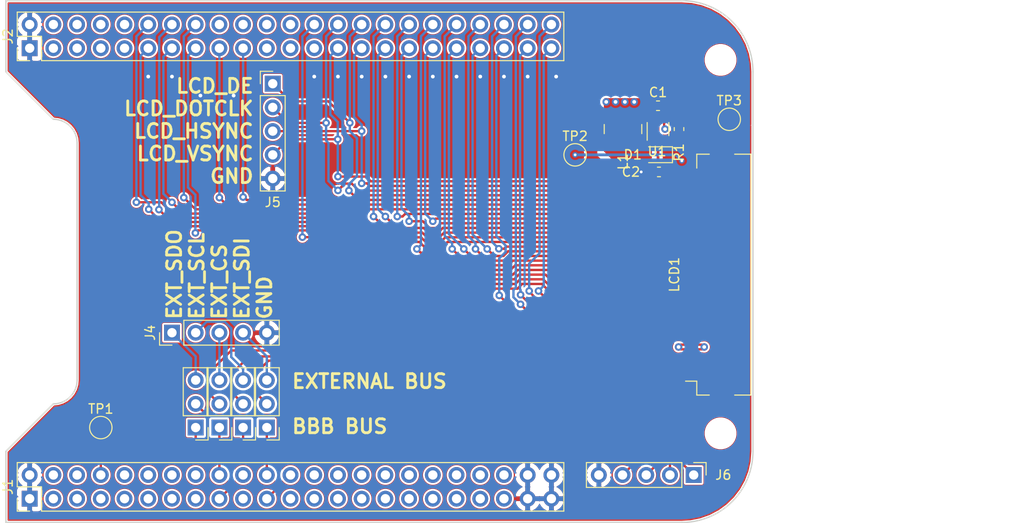
<source format=kicad_pcb>
(kicad_pcb (version 20171130) (host pcbnew "(5.1.0)-1")
  (layers (0 F.Cu signal) (1 In1.Cu signal) (2 In2.Cu signal) (31 B.Cu signal) (34 B.Paste user) (35 F.Paste user) (36 B.SilkS user) (37 F.SilkS user) (38 B.Mask user) (39 F.Mask user) (44 Edge.Cuts user))
  (net 0 "")
  (net 1 LED-)
  (net 2 GND)
  (net 3 /PWM_BL)
  (net 4 +3V3)
  (net 5 LED+)
  (net 6 /LCD_R4)
  (net 7 /LCD_R3)
  (net 8 /LCD_R2)
  (net 9 /LCD_R1)
  (net 10 /LCD_R0)
  (net 11 /LCD_G5)
  (net 12 /LCD_G4)
  (net 13 /LCD_G3)
  (net 14 /LCD_G2)
  (net 15 /LCD_G1)
  (net 16 /LCD_G0)
  (net 17 /LCD_B4)
  (net 18 /LCD_B3)
  (net 19 /LCD_B2)
  (net 20 /LCD_B1)
  (net 21 /LCD_B0)
  (net 22 "Net-(LCD1-Pad42)")
  (net 23 "Net-(LCD1-Pad44)")
  (net 24 +5VP)
  (net 25 +5V)
  (net 26 "Net-(J1-Pad9)")
  (net 27 "Net-(J1-Pad10)")
  (net 28 "Net-(J1-Pad11)")
  (net 29 "Net-(J1-Pad12)")
  (net 30 "Net-(J1-Pad13)")
  (net 31 "Net-(J1-Pad14)")
  (net 32 "Net-(J1-Pad15)")
  (net 33 "Net-(J1-Pad16)")
  (net 34 /BBB_CS)
  (net 35 /BBB_SDO)
  (net 36 "Net-(J1-Pad19)")
  (net 37 "Net-(J1-Pad20)")
  (net 38 /BBB_SDI)
  (net 39 /BBB_SCL)
  (net 40 "Net-(J1-Pad23)")
  (net 41 "Net-(J1-Pad24)")
  (net 42 "Net-(J1-Pad25)")
  (net 43 "Net-(J1-Pad26)")
  (net 44 "Net-(J1-Pad27)")
  (net 45 "Net-(J1-Pad28)")
  (net 46 "Net-(J1-Pad29)")
  (net 47 "Net-(J1-Pad30)")
  (net 48 "Net-(J1-Pad31)")
  (net 49 "Net-(J1-Pad32)")
  (net 50 "Net-(J1-Pad33)")
  (net 51 "Net-(J1-Pad34)")
  (net 52 "Net-(J1-Pad35)")
  (net 53 "Net-(J1-Pad36)")
  (net 54 "Net-(J1-Pad37)")
  (net 55 "Net-(J1-Pad38)")
  (net 56 "Net-(J1-Pad39)")
  (net 57 "Net-(J1-Pad40)")
  (net 58 "Net-(J1-Pad41)")
  (net 59 "Net-(J1-Pad42)")
  (net 60 /LCD_R6)
  (net 61 /LCD_R5)
  (net 62 /LCD_R7)
  (net 63 /LCD_G6)
  (net 64 /LCD_G7)
  (net 65 /LCD_B5)
  (net 66 /LCD_B7)
  (net 67 /LCD_B6)
  (net 68 /LCD_DE)
  (net 69 /LCD_HSYNC)
  (net 70 /LCD_DOTCLK)
  (net 71 /LCD_VSYNC)
  (net 72 /LCD_RESET)
  (net 73 "Net-(J2-Pad25)")
  (net 74 "Net-(J2-Pad24)")
  (net 75 "Net-(J2-Pad23)")
  (net 76 "Net-(J2-Pad22)")
  (net 77 "Net-(J2-Pad21)")
  (net 78 "Net-(J2-Pad20)")
  (net 79 "Net-(J2-Pad18)")
  (net 80 "Net-(J2-Pad10)")
  (net 81 "Net-(J2-Pad9)")
  (net 82 "Net-(J2-Pad8)")
  (net 83 "Net-(J2-Pad7)")
  (net 84 "Net-(J2-Pad6)")
  (net 85 "Net-(J2-Pad5)")
  (net 86 "Net-(J2-Pad4)")
  (net 87 "Net-(J2-Pad3)")
  (net 88 /EXT_SDO)
  (net 89 /EXT_CS)
  (net 90 /EXT_SCL)
  (net 91 /EXT_SDI)
  (net 92 /TOUCH_XR)
  (net 93 /TOUCH_XL)
  (net 94 /TOUCH_YD)
  (net 95 /TOUCH_YU)
  (net 96 /LCD_SCL)
  (net 97 /LCD_SDI)
  (net 98 /LCD_CS)
  (net 99 /LCD_SDO)
  (net 100 /LED_SW)
  (module Connector_PinHeader_2.54mm:PinHeader_1x05_P2.54mm_Vertical (layer F.Cu) (at 191.37 114.46 270)
    (fp_text reference J6 (at 0 -3.175) (layer F.SilkS))
    (fp_text value TOUCH_SIG)
    (pad 1 thru_hole rect (at 0 0 270) (size 1.7 1.7) (drill 1) (layers *.Cu *.Mask) (net 92 /TOUCH_XR))
    (pad 2 thru_hole oval (at 0 2.54 270) (size 1.7 1.7) (drill 1) (layers *.Cu *.Mask) (net 94 /TOUCH_YD))
    (pad 3 thru_hole oval (at 0 5.08 270) (size 1.7 1.7) (drill 1) (layers *.Cu *.Mask) (net 93 /TOUCH_XL))
    (pad 4 thru_hole oval (at 0 7.62 270) (size 1.7 1.7) (drill 1) (layers *.Cu *.Mask) (net 95 /TOUCH_YU))
    (pad 5 thru_hole oval (at 0 10.16 270) (size 1.7 1.7) (drill 1) (layers *.Cu *.Mask) (net 2 GND))
  )
  (module Connector_PinHeader_2.54mm:PinHeader_1x05_P2.54mm_Vertical (layer F.Cu) (at 146.285 72.55)
    (fp_text reference J5 (at 0 12.7) (layer F.SilkS))
    (fp_text value LCD_CONTROL)
    (pad 5 thru_hole oval (at 0 10.16) (size 1.7 1.7) (drill 1) (layers *.Cu *.Mask) (net 2 GND))
    (pad 4 thru_hole oval (at 0 7.62) (size 1.7 1.7) (drill 1) (layers *.Cu *.Mask) (net 71 /LCD_VSYNC))
    (pad 3 thru_hole oval (at 0 5.08) (size 1.7 1.7) (drill 1) (layers *.Cu *.Mask) (net 69 /LCD_HSYNC))
    (pad 2 thru_hole oval (at 0 2.54) (size 1.7 1.7) (drill 1) (layers *.Cu *.Mask) (net 70 /LCD_DOTCLK))
    (pad 1 thru_hole rect (at 0 0) (size 1.7 1.7) (drill 1) (layers *.Cu *.Mask) (net 68 /LCD_DE))
  )
  (module Connector_PinHeader_2.54mm:PinHeader_1x05_P2.54mm_Vertical (layer F.Cu) (at 135.49 99.22 90)
    (fp_text reference J4 (at 0 -2.33 90) (layer F.SilkS))
    (fp_text value EXT_SPI)
    (pad 1 thru_hole rect (at 0 0 90) (size 1.7 1.7) (drill 1) (layers *.Cu *.Mask) (net 88 /EXT_SDO))
    (pad 2 thru_hole oval (at 0 2.54 90) (size 1.7 1.7) (drill 1) (layers *.Cu *.Mask) (net 90 /EXT_SCL))
    (pad 3 thru_hole oval (at 0 5.08 90) (size 1.7 1.7) (drill 1) (layers *.Cu *.Mask) (net 89 /EXT_CS))
    (pad 4 thru_hole oval (at 0 7.62 90) (size 1.7 1.7) (drill 1) (layers *.Cu *.Mask) (net 91 /EXT_SDI))
    (pad 5 thru_hole oval (at 0 10.16 90) (size 1.7 1.7) (drill 1) (layers *.Cu *.Mask) (net 2 GND))
  )
  (module Capacitor_SMD:C_0603_1608Metric (layer F.Cu) (at 187.65 82 180)
    (fp_text reference C2 (at 3 0 180) (layer F.SilkS))
    (fp_text value "1µ 50v")
    (pad 2 smd roundrect (at 0.7875 0 180) (size 0.875 0.95) (layers F.Cu F.Paste F.Mask) (net 2 GND))
    (pad 1 smd roundrect (at -0.7875 0 180) (size 0.875 0.95) (layers F.Cu F.Paste F.Mask) (net 5 LED+))
  )
  (module Inductor_SMD:L_Coilcraft_LPS4018 (layer F.Cu) (at 183.8 77.41 90)
    (fp_text reference L1 (at -3.5 0 90) (layer F.SilkS))
    (fp_text value LPS4018-103MRB)
    (pad 1 smd rect (at -1.765 0 90) (size 0.87 2.79) (layers F.Cu F.Paste F.Mask) (net 100 /LED_SW))
    (pad 1 smd rect (at -1.195 -1.5575 90) (size 0.89 0.775) (layers F.Cu F.Paste F.Mask) (net 100 /LED_SW))
    (pad 1 smd rect (at -1.219 -1.0475 225.7) (size 0.5 0.831) (layers F.Cu F.Paste F.Mask) (net 100 /LED_SW))
    (pad 1 smd rect (at -1.7435 -1.493 224.5) (size 0.5 0.789) (layers F.Cu F.Paste F.Mask) (net 100 /LED_SW))
    (pad 1 smd rect (at -1.7435 1.493 315.5) (size 0.5 0.789) (layers F.Cu F.Paste F.Mask) (net 100 /LED_SW))
    (pad 1 smd rect (at -1.195 1.5575 90) (size 0.89 0.775) (layers F.Cu F.Paste F.Mask) (net 100 /LED_SW))
    (pad 1 smd rect (at -1.219 1.0475 314.3) (size 0.5 0.831) (layers F.Cu F.Paste F.Mask) (net 100 /LED_SW))
    (pad 2 smd rect (at 1.765 0 90) (size 0.87 2.79) (layers F.Cu F.Paste F.Mask) (net 24 +5VP))
    (pad 2 smd rect (at 1.195 -1.5575 90) (size 0.89 0.775) (layers F.Cu F.Paste F.Mask) (net 24 +5VP))
    (pad 2 smd rect (at 1.219 -1.0475 314.3) (size 0.5 0.831) (layers F.Cu F.Paste F.Mask) (net 24 +5VP))
    (pad 2 smd rect (at 1.7435 -1.493 315.5) (size 0.5 0.789) (layers F.Cu F.Paste F.Mask) (net 24 +5VP))
    (pad 2 smd rect (at 1.195 1.5575 90) (size 0.89 0.775) (layers F.Cu F.Paste F.Mask) (net 24 +5VP))
    (pad 2 smd rect (at 1.219 1.0475 225.7) (size 0.5 0.831) (layers F.Cu F.Paste F.Mask) (net 24 +5VP))
    (pad 2 smd rect (at 1.7435 1.493 224.5) (size 0.5 0.789) (layers F.Cu F.Paste F.Mask) (net 24 +5VP))
  )
  (module Package_TO_SOT_SMD:SOT-353_SC-70-5 (layer F.Cu) (at 187.55 77.41 90)
    (fp_text reference U1 (at -2.40282 -0.102623) (layer F.SilkS))
    (fp_text value TPS61169)
    (pad 1 smd rect (at -0.95 -0.65 90) (size 0.65 0.4) (layers F.Cu F.Paste F.Mask) (net 100 /LED_SW))
    (pad 3 smd rect (at -0.95 0.65 90) (size 0.65 0.4) (layers F.Cu F.Paste F.Mask) (net 1 LED-))
    (pad 2 smd rect (at -0.95 0 90) (size 0.65 0.4) (layers F.Cu F.Paste F.Mask) (net 2 GND))
    (pad 4 smd rect (at 0.95 0.65 90) (size 0.65 0.4) (layers F.Cu F.Paste F.Mask) (net 3 /PWM_BL))
    (pad 5 smd rect (at 0.95 -0.65 90) (size 0.65 0.4) (layers F.Cu F.Paste F.Mask) (net 24 +5VP))
  )
  (module Diode_SMD:D_SOD-323 (layer F.Cu) (at 187.598 80.156 180)
    (fp_text reference D1 (at 2.75 0 180) (layer F.SilkS))
    (fp_text value NSR0240HT1G)
    (pad 1 smd rect (at -1.05 0 180) (size 0.6 0.45) (layers F.Cu F.Paste F.Mask) (net 5 LED+))
    (pad 2 smd rect (at 1.05 0 180) (size 0.6 0.45) (layers F.Cu F.Paste F.Mask) (net 100 /LED_SW))
  )
  (module Connector_PinHeader_2.54mm:PinHeader_1x03_P2.54mm_Vertical (layer F.Cu) (at 138.03 109.38 180)
    (fp_text reference JUMPER1 hide)
    (fp_text value SDO)
    (pad 3 thru_hole oval (at 0 5.08 180) (size 1.7 1.7) (drill 1) (layers *.Cu *.Mask) (net 88 /EXT_SDO))
    (pad 2 thru_hole oval (at 0 2.54 180) (size 1.7 1.7) (drill 1) (layers *.Cu *.Mask) (net 99 /LCD_SDO))
    (pad 1 thru_hole rect (at 0 0 180) (size 1.7 1.7) (drill 1) (layers *.Cu *.Mask) (net 35 /BBB_SDO))
  )
  (module Connector_PinHeader_2.54mm:PinHeader_1x03_P2.54mm_Vertical (layer F.Cu) (at 140.57 109.38 180)
    (fp_text reference JUMPER3 hide)
    (fp_text value CS)
    (pad 1 thru_hole rect (at 0 0 180) (size 1.7 1.7) (drill 1) (layers *.Cu *.Mask) (net 34 /BBB_CS))
    (pad 2 thru_hole oval (at 0 2.54 180) (size 1.7 1.7) (drill 1) (layers *.Cu *.Mask) (net 98 /LCD_CS))
    (pad 3 thru_hole oval (at 0 5.08 180) (size 1.7 1.7) (drill 1) (layers *.Cu *.Mask) (net 89 /EXT_CS))
  )
  (module Connector_PinHeader_2.54mm:PinHeader_1x03_P2.54mm_Vertical (layer F.Cu) (at 145.65 109.38 180)
    (fp_text reference JUMPER4 hide)
    (fp_text value SDI)
    (pad 3 thru_hole oval (at 0 5.08 180) (size 1.7 1.7) (drill 1) (layers *.Cu *.Mask) (net 91 /EXT_SDI))
    (pad 2 thru_hole oval (at 0 2.54 180) (size 1.7 1.7) (drill 1) (layers *.Cu *.Mask) (net 97 /LCD_SDI))
    (pad 1 thru_hole rect (at 0 0 180) (size 1.7 1.7) (drill 1) (layers *.Cu *.Mask) (net 38 /BBB_SDI))
  )
  (module Connector_PinHeader_2.54mm:PinHeader_1x03_P2.54mm_Vertical (layer F.Cu) (at 143.11 109.38 180)
    (fp_text reference JUMPER2 hide)
    (fp_text value SCL)
    (pad 1 thru_hole rect (at 0 0 180) (size 1.7 1.7) (drill 1) (layers *.Cu *.Mask) (net 39 /BBB_SCL))
    (pad 2 thru_hole oval (at 0 2.54 180) (size 1.7 1.7) (drill 1) (layers *.Cu *.Mask) (net 96 /LCD_SCL))
    (pad 3 thru_hole oval (at 0 5.08 180) (size 1.7 1.7) (drill 1) (layers *.Cu *.Mask) (net 90 /EXT_SCL))
  )
  (module Connector_PinHeader_2.54mm:PinHeader_2x23_P2.54mm_Vertical (layer F.Cu) (at 120.25 68.75 90)
    (fp_text reference J2 (at 1.27 -2.33 90) (layer F.SilkS))
    (fp_text value BB_P8)
    (pad 46 thru_hole oval (at 2.54 55.88 90) (size 1.7 1.7) (drill 1) (layers *.Cu *.Mask) (net 6 /LCD_R4))
    (pad 45 thru_hole oval (at 0 55.88 90) (size 1.7 1.7) (drill 1) (layers *.Cu *.Mask) (net 7 /LCD_R3))
    (pad 44 thru_hole oval (at 2.54 53.34 90) (size 1.7 1.7) (drill 1) (layers *.Cu *.Mask) (net 60 /LCD_R6))
    (pad 43 thru_hole oval (at 0 53.34 90) (size 1.7 1.7) (drill 1) (layers *.Cu *.Mask) (net 61 /LCD_R5))
    (pad 42 thru_hole oval (at 2.54 50.8 90) (size 1.7 1.7) (drill 1) (layers *.Cu *.Mask) (net 14 /LCD_G2))
    (pad 41 thru_hole oval (at 0 50.8 90) (size 1.7 1.7) (drill 1) (layers *.Cu *.Mask) (net 62 /LCD_R7))
    (pad 40 thru_hole oval (at 2.54 48.26 90) (size 1.7 1.7) (drill 1) (layers *.Cu *.Mask) (net 12 /LCD_G4))
    (pad 39 thru_hole oval (at 0 48.26 90) (size 1.7 1.7) (drill 1) (layers *.Cu *.Mask) (net 13 /LCD_G3))
    (pad 38 thru_hole oval (at 2.54 45.72 90) (size 1.7 1.7) (drill 1) (layers *.Cu *.Mask) (net 63 /LCD_G6))
    (pad 37 thru_hole oval (at 0 45.72 90) (size 1.7 1.7) (drill 1) (layers *.Cu *.Mask) (net 11 /LCD_G5))
    (pad 36 thru_hole oval (at 2.54 43.18 90) (size 1.7 1.7) (drill 1) (layers *.Cu *.Mask) (net 64 /LCD_G7))
    (pad 35 thru_hole oval (at 0 43.18 90) (size 1.7 1.7) (drill 1) (layers *.Cu *.Mask) (net 17 /LCD_B4))
    (pad 34 thru_hole oval (at 2.54 40.64 90) (size 1.7 1.7) (drill 1) (layers *.Cu *.Mask) (net 18 /LCD_B3))
    (pad 33 thru_hole oval (at 0 40.64 90) (size 1.7 1.7) (drill 1) (layers *.Cu *.Mask) (net 65 /LCD_B5))
    (pad 32 thru_hole oval (at 2.54 38.1 90) (size 1.7 1.7) (drill 1) (layers *.Cu *.Mask) (net 66 /LCD_B7))
    (pad 31 thru_hole oval (at 0 38.1 90) (size 1.7 1.7) (drill 1) (layers *.Cu *.Mask) (net 67 /LCD_B6))
    (pad 30 thru_hole oval (at 2.54 35.56 90) (size 1.7 1.7) (drill 1) (layers *.Cu *.Mask) (net 68 /LCD_DE))
    (pad 29 thru_hole oval (at 0 35.56 90) (size 1.7 1.7) (drill 1) (layers *.Cu *.Mask) (net 69 /LCD_HSYNC))
    (pad 28 thru_hole oval (at 2.54 33.02 90) (size 1.7 1.7) (drill 1) (layers *.Cu *.Mask) (net 70 /LCD_DOTCLK))
    (pad 27 thru_hole oval (at 0 33.02 90) (size 1.7 1.7) (drill 1) (layers *.Cu *.Mask) (net 71 /LCD_VSYNC))
    (pad 26 thru_hole oval (at 2.54 30.48 90) (size 1.7 1.7) (drill 1) (layers *.Cu *.Mask) (net 72 /LCD_RESET))
    (pad 25 thru_hole oval (at 0 30.48 90) (size 1.7 1.7) (drill 1) (layers *.Cu *.Mask) (net 73 "Net-(J2-Pad25)"))
    (pad 24 thru_hole oval (at 2.54 27.94 90) (size 1.7 1.7) (drill 1) (layers *.Cu *.Mask) (net 74 "Net-(J2-Pad24)"))
    (pad 23 thru_hole oval (at 0 27.94 90) (size 1.7 1.7) (drill 1) (layers *.Cu *.Mask) (net 75 "Net-(J2-Pad23)"))
    (pad 22 thru_hole oval (at 2.54 25.4 90) (size 1.7 1.7) (drill 1) (layers *.Cu *.Mask) (net 76 "Net-(J2-Pad22)"))
    (pad 21 thru_hole oval (at 0 25.4 90) (size 1.7 1.7) (drill 1) (layers *.Cu *.Mask) (net 77 "Net-(J2-Pad21)"))
    (pad 20 thru_hole oval (at 2.54 22.86 90) (size 1.7 1.7) (drill 1) (layers *.Cu *.Mask) (net 78 "Net-(J2-Pad20)"))
    (pad 19 thru_hole oval (at 0 22.86 90) (size 1.7 1.7) (drill 1) (layers *.Cu *.Mask) (net 21 /LCD_B0))
    (pad 18 thru_hole oval (at 2.54 20.32 90) (size 1.7 1.7) (drill 1) (layers *.Cu *.Mask) (net 79 "Net-(J2-Pad18)"))
    (pad 17 thru_hole oval (at 0 20.32 90) (size 1.7 1.7) (drill 1) (layers *.Cu *.Mask) (net 20 /LCD_B1))
    (pad 16 thru_hole oval (at 2.54 17.78 90) (size 1.7 1.7) (drill 1) (layers *.Cu *.Mask) (net 19 /LCD_B2))
    (pad 15 thru_hole oval (at 0 17.78 90) (size 1.7 1.7) (drill 1) (layers *.Cu *.Mask) (net 8 /LCD_R2))
    (pad 14 thru_hole oval (at 2.54 15.24 90) (size 1.7 1.7) (drill 1) (layers *.Cu *.Mask) (net 10 /LCD_R0))
    (pad 13 thru_hole oval (at 0 15.24 90) (size 1.7 1.7) (drill 1) (layers *.Cu *.Mask) (net 16 /LCD_G0))
    (pad 12 thru_hole oval (at 2.54 12.7 90) (size 1.7 1.7) (drill 1) (layers *.Cu *.Mask) (net 15 /LCD_G1))
    (pad 11 thru_hole oval (at 0 12.7 90) (size 1.7 1.7) (drill 1) (layers *.Cu *.Mask) (net 9 /LCD_R1))
    (pad 10 thru_hole oval (at 2.54 10.16 90) (size 1.7 1.7) (drill 1) (layers *.Cu *.Mask) (net 80 "Net-(J2-Pad10)"))
    (pad 9 thru_hole oval (at 0 10.16 90) (size 1.7 1.7) (drill 1) (layers *.Cu *.Mask) (net 81 "Net-(J2-Pad9)"))
    (pad 8 thru_hole oval (at 2.54 7.62 90) (size 1.7 1.7) (drill 1) (layers *.Cu *.Mask) (net 82 "Net-(J2-Pad8)"))
    (pad 7 thru_hole oval (at 0 7.62 90) (size 1.7 1.7) (drill 1) (layers *.Cu *.Mask) (net 83 "Net-(J2-Pad7)"))
    (pad 6 thru_hole oval (at 2.54 5.08 90) (size 1.7 1.7) (drill 1) (layers *.Cu *.Mask) (net 84 "Net-(J2-Pad6)"))
    (pad 5 thru_hole oval (at 0 5.08 90) (size 1.7 1.7) (drill 1) (layers *.Cu *.Mask) (net 85 "Net-(J2-Pad5)"))
    (pad 4 thru_hole oval (at 2.54 2.54 90) (size 1.7 1.7) (drill 1) (layers *.Cu *.Mask) (net 86 "Net-(J2-Pad4)"))
    (pad 3 thru_hole oval (at 0 2.54 90) (size 1.7 1.7) (drill 1) (layers *.Cu *.Mask) (net 87 "Net-(J2-Pad3)"))
    (pad 2 thru_hole oval (at 2.54 0 90) (size 1.7 1.7) (drill 1) (layers *.Cu *.Mask) (net 2 GND))
    (pad 1 thru_hole rect (at 0 0 90) (size 1.7 1.7) (drill 1) (layers *.Cu *.Mask) (net 2 GND))
  )
  (module Connector_PinHeader_2.54mm:PinHeader_2x23_P2.54mm_Vertical (layer F.Cu) (at 120.25 117 90)
    (fp_text reference J1 (at 1.27 -2.33 90) (layer F.SilkS))
    (fp_text value BB_P8)
    (pad 1 thru_hole rect (at 0 0 90) (size 1.7 1.7) (drill 1) (layers *.Cu *.Mask) (net 2 GND))
    (pad 2 thru_hole oval (at 2.54 0 90) (size 1.7 1.7) (drill 1) (layers *.Cu *.Mask) (net 2 GND))
    (pad 3 thru_hole oval (at 0 2.54 90) (size 1.7 1.7) (drill 1) (layers *.Cu *.Mask) (net 4 +3V3))
    (pad 4 thru_hole oval (at 2.54 2.54 90) (size 1.7 1.7) (drill 1) (layers *.Cu *.Mask) (net 4 +3V3))
    (pad 5 thru_hole oval (at 0 5.08 90) (size 1.7 1.7) (drill 1) (layers *.Cu *.Mask) (net 25 +5V))
    (pad 6 thru_hole oval (at 2.54 5.08 90) (size 1.7 1.7) (drill 1) (layers *.Cu *.Mask) (net 25 +5V))
    (pad 7 thru_hole oval (at 0 7.62 90) (size 1.7 1.7) (drill 1) (layers *.Cu *.Mask) (net 24 +5VP))
    (pad 8 thru_hole oval (at 2.54 7.62 90) (size 1.7 1.7) (drill 1) (layers *.Cu *.Mask) (net 24 +5VP))
    (pad 9 thru_hole oval (at 0 10.16 90) (size 1.7 1.7) (drill 1) (layers *.Cu *.Mask) (net 26 "Net-(J1-Pad9)"))
    (pad 10 thru_hole oval (at 2.54 10.16 90) (size 1.7 1.7) (drill 1) (layers *.Cu *.Mask) (net 27 "Net-(J1-Pad10)"))
    (pad 11 thru_hole oval (at 0 12.7 90) (size 1.7 1.7) (drill 1) (layers *.Cu *.Mask) (net 28 "Net-(J1-Pad11)"))
    (pad 12 thru_hole oval (at 2.54 12.7 90) (size 1.7 1.7) (drill 1) (layers *.Cu *.Mask) (net 29 "Net-(J1-Pad12)"))
    (pad 13 thru_hole oval (at 0 15.24 90) (size 1.7 1.7) (drill 1) (layers *.Cu *.Mask) (net 30 "Net-(J1-Pad13)"))
    (pad 14 thru_hole oval (at 2.54 15.24 90) (size 1.7 1.7) (drill 1) (layers *.Cu *.Mask) (net 31 "Net-(J1-Pad14)"))
    (pad 15 thru_hole oval (at 0 17.78 90) (size 1.7 1.7) (drill 1) (layers *.Cu *.Mask) (net 32 "Net-(J1-Pad15)"))
    (pad 16 thru_hole oval (at 2.54 17.78 90) (size 1.7 1.7) (drill 1) (layers *.Cu *.Mask) (net 33 "Net-(J1-Pad16)"))
    (pad 17 thru_hole oval (at 0 20.32 90) (size 1.7 1.7) (drill 1) (layers *.Cu *.Mask) (net 34 /BBB_CS))
    (pad 18 thru_hole oval (at 2.54 20.32 90) (size 1.7 1.7) (drill 1) (layers *.Cu *.Mask) (net 35 /BBB_SDO))
    (pad 19 thru_hole oval (at 0 22.86 90) (size 1.7 1.7) (drill 1) (layers *.Cu *.Mask) (net 36 "Net-(J1-Pad19)"))
    (pad 20 thru_hole oval (at 2.54 22.86 90) (size 1.7 1.7) (drill 1) (layers *.Cu *.Mask) (net 37 "Net-(J1-Pad20)"))
    (pad 21 thru_hole oval (at 0 25.4 90) (size 1.7 1.7) (drill 1) (layers *.Cu *.Mask) (net 38 /BBB_SDI))
    (pad 22 thru_hole oval (at 2.54 25.4 90) (size 1.7 1.7) (drill 1) (layers *.Cu *.Mask) (net 39 /BBB_SCL))
    (pad 23 thru_hole oval (at 0 27.94 90) (size 1.7 1.7) (drill 1) (layers *.Cu *.Mask) (net 40 "Net-(J1-Pad23)"))
    (pad 24 thru_hole oval (at 2.54 27.94 90) (size 1.7 1.7) (drill 1) (layers *.Cu *.Mask) (net 41 "Net-(J1-Pad24)"))
    (pad 25 thru_hole oval (at 0 30.48 90) (size 1.7 1.7) (drill 1) (layers *.Cu *.Mask) (net 42 "Net-(J1-Pad25)"))
    (pad 26 thru_hole oval (at 2.54 30.48 90) (size 1.7 1.7) (drill 1) (layers *.Cu *.Mask) (net 43 "Net-(J1-Pad26)"))
    (pad 27 thru_hole oval (at 0 33.02 90) (size 1.7 1.7) (drill 1) (layers *.Cu *.Mask) (net 44 "Net-(J1-Pad27)"))
    (pad 28 thru_hole oval (at 2.54 33.02 90) (size 1.7 1.7) (drill 1) (layers *.Cu *.Mask) (net 45 "Net-(J1-Pad28)"))
    (pad 29 thru_hole oval (at 0 35.56 90) (size 1.7 1.7) (drill 1) (layers *.Cu *.Mask) (net 46 "Net-(J1-Pad29)"))
    (pad 30 thru_hole oval (at 2.54 35.56 90) (size 1.7 1.7) (drill 1) (layers *.Cu *.Mask) (net 47 "Net-(J1-Pad30)"))
    (pad 31 thru_hole oval (at 0 38.1 90) (size 1.7 1.7) (drill 1) (layers *.Cu *.Mask) (net 48 "Net-(J1-Pad31)"))
    (pad 32 thru_hole oval (at 2.54 38.1 90) (size 1.7 1.7) (drill 1) (layers *.Cu *.Mask) (net 49 "Net-(J1-Pad32)"))
    (pad 33 thru_hole oval (at 0 40.64 90) (size 1.7 1.7) (drill 1) (layers *.Cu *.Mask) (net 50 "Net-(J1-Pad33)"))
    (pad 34 thru_hole oval (at 2.54 40.64 90) (size 1.7 1.7) (drill 1) (layers *.Cu *.Mask) (net 51 "Net-(J1-Pad34)"))
    (pad 35 thru_hole oval (at 0 43.18 90) (size 1.7 1.7) (drill 1) (layers *.Cu *.Mask) (net 52 "Net-(J1-Pad35)"))
    (pad 36 thru_hole oval (at 2.54 43.18 90) (size 1.7 1.7) (drill 1) (layers *.Cu *.Mask) (net 53 "Net-(J1-Pad36)"))
    (pad 37 thru_hole oval (at 0 45.72 90) (size 1.7 1.7) (drill 1) (layers *.Cu *.Mask) (net 54 "Net-(J1-Pad37)"))
    (pad 38 thru_hole oval (at 2.54 45.72 90) (size 1.7 1.7) (drill 1) (layers *.Cu *.Mask) (net 55 "Net-(J1-Pad38)"))
    (pad 39 thru_hole oval (at 0 48.26 90) (size 1.7 1.7) (drill 1) (layers *.Cu *.Mask) (net 56 "Net-(J1-Pad39)"))
    (pad 40 thru_hole oval (at 2.54 48.26 90) (size 1.7 1.7) (drill 1) (layers *.Cu *.Mask) (net 57 "Net-(J1-Pad40)"))
    (pad 41 thru_hole oval (at 0 50.8 90) (size 1.7 1.7) (drill 1) (layers *.Cu *.Mask) (net 58 "Net-(J1-Pad41)"))
    (pad 42 thru_hole oval (at 2.54 50.8 90) (size 1.7 1.7) (drill 1) (layers *.Cu *.Mask) (net 59 "Net-(J1-Pad42)"))
    (pad 43 thru_hole oval (at 0 53.34 90) (size 1.7 1.7) (drill 1) (layers *.Cu *.Mask) (net 2 GND))
    (pad 44 thru_hole oval (at 2.54 53.34 90) (size 1.7 1.7) (drill 1) (layers *.Cu *.Mask) (net 2 GND))
    (pad 45 thru_hole oval (at 0 55.88 90) (size 1.7 1.7) (drill 1) (layers *.Cu *.Mask) (net 2 GND))
    (pad 46 thru_hole oval (at 2.54 55.88 90) (size 1.7 1.7) (drill 1) (layers *.Cu *.Mask) (net 2 GND))
  )
  (module TestPoint:TestPoint_Pad_D2.0mm (layer F.Cu) (at 178.67 80.17)
    (fp_text reference TP2 (at 0 -1.998) (layer F.SilkS))
    (fp_text value LED+)
    (pad 1 smd circle (at 0 0) (size 2 2) (layers F.Cu F.Mask) (net 5 LED+))
  )
  (module TestPoint:TestPoint_Pad_D2.0mm (layer F.Cu) (at 195.18 76.36)
    (fp_text reference TP3 (at 0 -1.998) (layer F.SilkS))
    (fp_text value LED-)
    (pad 1 smd circle (at 0 0) (size 2 2) (layers F.Cu F.Mask) (net 1 LED-))
  )
  (module TestPoint:TestPoint_Pad_D2.0mm (layer F.Cu) (at 127.87 109.38)
    (fp_text reference TP1 (at 0 -1.998) (layer F.SilkS))
    (fp_text value +5VP)
    (pad 1 smd circle (at 0 0) (size 2 2) (layers F.Cu F.Mask) (net 24 +5VP))
  )
  (module Capacitor_SMD:C_0603_1608Metric (layer F.Cu) (at 187.55 74.91)
    (fp_text reference C1 (at 0 -1.43) (layer F.SilkS))
    (fp_text value "4µ7 10v")
    (pad 1 smd roundrect (at -0.7875 0) (size 0.875 0.95) (layers F.Cu F.Paste F.Mask) (net 24 +5VP))
    (pad 2 smd roundrect (at 0.7875 0) (size 0.875 0.95) (layers F.Cu F.Paste F.Mask) (net 2 GND))
  )
  (module Connector_FFC-FPC:Hirose_FH12-45S-0.5SH_1x45-1MP_P0.50mm_Horizontal (layer F.Cu) (at 193 93 90)
    (fp_text reference LCD1 (at 0 -3.7 90) (layer F.SilkS))
    (fp_text value E50RG84885LWAM520-CA)
    (pad 45 smd rect (at 11 -1.85 90) (size 0.3 1.3) (layers F.Cu F.Paste F.Mask) (net 5 LED+))
    (pad 44 smd rect (at 10.5 -1.85 90) (size 0.3 1.3) (layers F.Cu F.Paste F.Mask) (net 23 "Net-(LCD1-Pad44)"))
    (pad 43 smd rect (at 10 -1.85 90) (size 0.3 1.3) (layers F.Cu F.Paste F.Mask) (net 1 LED-))
    (pad 42 smd rect (at 9.5 -1.85 90) (size 0.3 1.3) (layers F.Cu F.Paste F.Mask) (net 22 "Net-(LCD1-Pad42)"))
    (pad 41 smd rect (at 9 -1.85 90) (size 0.3 1.3) (layers F.Cu F.Paste F.Mask) (net 71 /LCD_VSYNC))
    (pad 40 smd rect (at 8.5 -1.85 90) (size 0.3 1.3) (layers F.Cu F.Paste F.Mask) (net 69 /LCD_HSYNC))
    (pad 39 smd rect (at 8 -1.85 90) (size 0.3 1.3) (layers F.Cu F.Paste F.Mask) (net 70 /LCD_DOTCLK))
    (pad 38 smd rect (at 7.5 -1.85 90) (size 0.3 1.3) (layers F.Cu F.Paste F.Mask) (net 68 /LCD_DE))
    (pad 37 smd rect (at 7 -1.85 90) (size 0.3 1.3) (layers F.Cu F.Paste F.Mask) (net 21 /LCD_B0))
    (pad 36 smd rect (at 6.5 -1.85 90) (size 0.3 1.3) (layers F.Cu F.Paste F.Mask) (net 20 /LCD_B1))
    (pad 35 smd rect (at 6 -1.85 90) (size 0.3 1.3) (layers F.Cu F.Paste F.Mask) (net 19 /LCD_B2))
    (pad 34 smd rect (at 5.5 -1.85 90) (size 0.3 1.3) (layers F.Cu F.Paste F.Mask) (net 18 /LCD_B3))
    (pad 33 smd rect (at 5 -1.85 90) (size 0.3 1.3) (layers F.Cu F.Paste F.Mask) (net 17 /LCD_B4))
    (pad 32 smd rect (at 4.5 -1.85 90) (size 0.3 1.3) (layers F.Cu F.Paste F.Mask) (net 65 /LCD_B5))
    (pad 31 smd rect (at 4 -1.85 90) (size 0.3 1.3) (layers F.Cu F.Paste F.Mask) (net 67 /LCD_B6))
    (pad 30 smd rect (at 3.5 -1.85 90) (size 0.3 1.3) (layers F.Cu F.Paste F.Mask) (net 66 /LCD_B7))
    (pad 29 smd rect (at 3 -1.85 90) (size 0.3 1.3) (layers F.Cu F.Paste F.Mask) (net 16 /LCD_G0))
    (pad 28 smd rect (at 2.5 -1.85 90) (size 0.3 1.3) (layers F.Cu F.Paste F.Mask) (net 15 /LCD_G1))
    (pad 27 smd rect (at 2 -1.85 90) (size 0.3 1.3) (layers F.Cu F.Paste F.Mask) (net 14 /LCD_G2))
    (pad 26 smd rect (at 1.5 -1.85 90) (size 0.3 1.3) (layers F.Cu F.Paste F.Mask) (net 13 /LCD_G3))
    (pad 25 smd rect (at 1 -1.85 90) (size 0.3 1.3) (layers F.Cu F.Paste F.Mask) (net 12 /LCD_G4))
    (pad 24 smd rect (at 0.5 -1.85 90) (size 0.3 1.3) (layers F.Cu F.Paste F.Mask) (net 11 /LCD_G5))
    (pad 23 smd rect (at 0 -1.85 90) (size 0.3 1.3) (layers F.Cu F.Paste F.Mask) (net 63 /LCD_G6))
    (pad 22 smd rect (at -0.5 -1.85 90) (size 0.3 1.3) (layers F.Cu F.Paste F.Mask) (net 64 /LCD_G7))
    (pad 21 smd rect (at -1 -1.85 90) (size 0.3 1.3) (layers F.Cu F.Paste F.Mask) (net 10 /LCD_R0))
    (pad 20 smd rect (at -1.5 -1.85 90) (size 0.3 1.3) (layers F.Cu F.Paste F.Mask) (net 9 /LCD_R1))
    (pad 19 smd rect (at -2 -1.85 90) (size 0.3 1.3) (layers F.Cu F.Paste F.Mask) (net 8 /LCD_R2))
    (pad 18 smd rect (at -2.5 -1.85 90) (size 0.3 1.3) (layers F.Cu F.Paste F.Mask) (net 7 /LCD_R3))
    (pad 17 smd rect (at -3 -1.85 90) (size 0.3 1.3) (layers F.Cu F.Paste F.Mask) (net 6 /LCD_R4))
    (pad 16 smd rect (at -3.5 -1.85 90) (size 0.3 1.3) (layers F.Cu F.Paste F.Mask) (net 61 /LCD_R5))
    (pad 15 smd rect (at -4 -1.85 90) (size 0.3 1.3) (layers F.Cu F.Paste F.Mask) (net 60 /LCD_R6))
    (pad 14 smd rect (at -4.5 -1.85 90) (size 0.3 1.3) (layers F.Cu F.Paste F.Mask) (net 62 /LCD_R7))
    (pad 13 smd rect (at -5 -1.85 90) (size 0.3 1.3) (layers F.Cu F.Paste F.Mask) (net 72 /LCD_RESET))
    (pad 12 smd rect (at -5.5 -1.85 90) (size 0.3 1.3) (layers F.Cu F.Paste F.Mask) (net 98 /LCD_CS))
    (pad 11 smd rect (at -6 -1.85 90) (size 0.3 1.3) (layers F.Cu F.Paste F.Mask) (net 96 /LCD_SCL))
    (pad 10 smd rect (at -6.5 -1.85 90) (size 0.3 1.3) (layers F.Cu F.Paste F.Mask) (net 97 /LCD_SDI))
    (pad 9 smd rect (at -7 -1.85 90) (size 0.3 1.3) (layers F.Cu F.Paste F.Mask) (net 99 /LCD_SDO))
    (pad 8 smd rect (at -7.5 -1.85 90) (size 0.3 1.3) (layers F.Cu F.Paste F.Mask) (net 4 +3V3))
    (pad 7 smd rect (at -8 -1.85 90) (size 0.3 1.3) (layers F.Cu F.Paste F.Mask) (net 4 +3V3))
    (pad 6 smd rect (at -8.5 -1.85 90) (size 0.3 1.3) (layers F.Cu F.Paste F.Mask) (net 2 GND))
    (pad 5 smd rect (at -9 -1.85 90) (size 0.3 1.3) (layers F.Cu F.Paste F.Mask) (net 2 GND))
    (pad 4 smd rect (at -9.5 -1.85 90) (size 0.3 1.3) (layers F.Cu F.Paste F.Mask) (net 95 /TOUCH_YU))
    (pad 3 smd rect (at -10 -1.85 90) (size 0.3 1.3) (layers F.Cu F.Paste F.Mask) (net 93 /TOUCH_XL))
    (pad 2 smd rect (at -10.5 -1.85 90) (size 0.3 1.3) (layers F.Cu F.Paste F.Mask) (net 94 /TOUCH_YD))
    (pad 1 smd rect (at -11 -1.85 90) (size 0.3 1.3) (layers F.Cu F.Paste F.Mask) (net 92 /TOUCH_XR))
    (pad MP smd rect (at -12.9 1.4 90) (size 1.8 2.2) (layers F.Cu F.Paste F.Mask))
    (pad MP smd rect (at 12.9 1.4 90) (size 1.8 2.2) (layers F.Cu F.Paste F.Mask))
  )
  (module Resistor_SMD:R_0603_1608Metric (layer F.Cu) (at 189.8 77.41 90)
    (fp_text reference R1 (at -2.5 0 90) (layer F.SilkS))
    (fp_text value 5R1)
    (pad 1 smd roundrect (at -0.7875 0 90) (size 0.875 0.95) (layers F.Cu F.Paste F.Mask) (net 1 LED-))
    (pad 2 smd roundrect (at 0.7875 0 90) (size 0.875 0.95) (layers F.Cu F.Paste F.Mask) (net 2 GND))
  )
  (module Mechanical:EC-STENCIL-FIX_SINGLE_PIN (layer F.Cu) (at 194.25 110 90)
    (fp_text reference REF** hide)
    (fp_text value EC-STENCIL-FIX_SINGLE_PIN hide)
    (pad "" np_thru_hole circle (at 0 0 90) (size 3 3) (drill 3) (layers *.Cu *.Mask))
  )
  (module Mechanical:EC-STENCIL-FIX_SINGLE_PIN (layer F.Cu) (at 194.25 70 90)
    (fp_text reference REF** hide)
    (fp_text value EC-STENCIL-FIX_SINGLE_PIN hide)
    (pad "" np_thru_hole circle (at 0 0 90) (size 3 3) (drill 3) (layers *.Cu *.Mask))
  )
  (gr_text "EXTERNAL BUS\n\nBBB BUS" (at 148.19 106.84) (layer F.SilkS) (effects (font (size 1.5 1.5) (thickness 0.3)) (justify left)))
  (gr_text "LCD_DE\nLCD_DOTCLK\nLCD_HSYNC\nLCD_VSYNC\nGND" (at 144.38 77.63) (layer F.SilkS) (effects (font (size 1.5 1.5) (thickness 0.3)) (justify right)))
  (gr_text "EXT_SDO\nEXT_SCL\nEXT_CS\nEXT_SDI\nGND" (at 140.57 97.95 90) (layer F.SilkS) (effects (font (size 1.5 1.5) (thickness 0.3)) (justify left)))
  (gr_arc (start 122.79 104.3) (end 122.79 106.84) (angle -90) (layer Edge.Cuts) (width 0.15))
  (gr_arc (start 122.79 78.9) (end 125.33 78.9) (angle -90) (layer Edge.Cuts) (width 0.15))
  (gr_arc (start 190.1 71.28) (end 197.72 71.28) (angle -90) (layer Edge.Cuts) (width 0.15))
  (gr_arc (start 190.1 111.92) (end 190.1 119.54) (angle -90) (layer Edge.Cuts) (width 0.15))
  (gr_line (start 190.1 119.54) (end 117.71 119.54) (layer Edge.Cuts) (width 0.15))
  (gr_line (start 197.72 71.28) (end 197.72 111.92) (layer Edge.Cuts) (width 0.15))
  (gr_line (start 117.71 63.66) (end 190.1 63.66) (layer Edge.Cuts) (width 0.15))
  (gr_line (start 125.33 104.3) (end 125.33 78.9) (layer Edge.Cuts) (width 0.15))
  (gr_line (start 117.71 111.92) (end 122.79 106.84) (layer Edge.Cuts) (width 0.15))
  (gr_line (start 117.71 119.54) (end 117.71 111.92) (layer Edge.Cuts) (width 0.15))
  (gr_line (start 117.71 71.28) (end 122.79 76.36) (layer Edge.Cuts) (width 0.15))
  (gr_line (start 117.71 63.66) (end 117.71 71.28) (layer Edge.Cuts) (width 0.15))
  (segment (start 188.8625 78.1975) (end 189.8 78.1975) (width 0.3) (layer F.Cu) (net 1))
  (segment (start 188.2 78.36) (end 188.7 78.36) (width 0.3) (layer F.Cu) (net 1))
  (segment (start 188.7 78.36) (end 188.8625 78.1975) (width 0.3) (layer F.Cu) (net 1))
  (segment (start 193.3425 78.1975) (end 195.18 76.36) (width 0.3) (layer F.Cu) (net 1))
  (segment (start 189.8 78.1975) (end 193.3425 78.1975) (width 0.3) (layer F.Cu) (net 1))
  (segment (start 187.55 75.6975) (end 188.3375 74.91) (width 0.3) (layer F.Cu) (net 2))
  (segment (start 187.55 78.36) (end 187.55 75.6975) (width 0.3) (layer F.Cu) (net 2))
  (via (at 185.75 82) (size 0.6) (drill 0.3) (layers F.Cu B.Cu) (net 2))
  (segment (start 186.8625 82) (end 185.75 82) (width 0.3) (layer F.Cu) (net 2))
  (segment (start 187.55 81.3125) (end 186.8625 82) (width 0.3) (layer F.Cu) (net 2))
  (segment (start 187.55 78.36) (end 187.55 81.3125) (width 0.3) (layer F.Cu) (net 2))
  (via (at 153.27 71.788) (size 0.8) (drill 0.4) (layers F.Cu B.Cu) (net 2))
  (via (at 155.81 71.788) (size 0.8) (drill 0.4) (layers F.Cu B.Cu) (net 2))
  (via (at 158.35 71.788) (size 0.8) (drill 0.4) (layers F.Cu B.Cu) (net 2))
  (via (at 160.89 71.788) (size 0.8) (drill 0.4) (layers F.Cu B.Cu) (net 2))
  (via (at 163.43 71.788) (size 0.8) (drill 0.4) (layers F.Cu B.Cu) (net 2))
  (via (at 165.97 71.788) (size 0.8) (drill 0.4) (layers F.Cu B.Cu) (net 2))
  (via (at 168.51 71.788) (size 0.8) (drill 0.4) (layers F.Cu B.Cu) (net 2))
  (via (at 171.05 71.788) (size 0.8) (drill 0.4) (layers F.Cu B.Cu) (net 2))
  (via (at 173.59 71.788) (size 0.8) (drill 0.4) (layers F.Cu B.Cu) (net 2))
  (via (at 150.73 71.788) (size 0.8) (drill 0.4) (layers F.Cu B.Cu) (net 2))
  (via (at 176.638 71.788) (size 0.8) (drill 0.4) (layers F.Cu B.Cu) (net 2))
  (via (at 142.094 73.82) (size 0.8) (drill 0.4) (layers F.Cu B.Cu) (net 2))
  (via (at 138.538 73.82) (size 0.8) (drill 0.4) (layers F.Cu B.Cu) (net 2))
  (via (at 135.49 71.788) (size 0.8) (drill 0.4) (layers F.Cu B.Cu) (net 2))
  (via (at 132.95 71.788) (size 0.8) (drill 0.4) (layers F.Cu B.Cu) (net 2))
  (via (at 188.3 77.41) (size 0.8) (drill 0.4) (layers F.Cu B.Cu) (net 3))
  (segment (start 188.2 76.46) (end 188.2 77.31) (width 0.25) (layer F.Cu) (net 3))
  (segment (start 188.2 77.31) (end 188.3 77.41) (width 0.25) (layer F.Cu) (net 3))
  (via (at 189.75 100.75) (size 0.8) (drill 0.4) (layers F.Cu B.Cu) (net 4))
  (segment (start 191.15 100.5) (end 190 100.5) (width 0.25) (layer F.Cu) (net 4))
  (segment (start 190 100.5) (end 189.75 100.75) (width 0.25) (layer F.Cu) (net 4))
  (segment (start 191.15 100.5) (end 192.25 100.5) (width 0.25) (layer F.Cu) (net 4))
  (via (at 192.5 100.75) (size 0.8) (drill 0.4) (layers F.Cu B.Cu) (net 4))
  (segment (start 192.25 100.5) (end 192.5 100.75) (width 0.25) (layer F.Cu) (net 4))
  (segment (start 192.25 101) (end 192.5 100.75) (width 0.25) (layer F.Cu) (net 4))
  (segment (start 191.15 101) (end 192.25 101) (width 0.25) (layer F.Cu) (net 4))
  (segment (start 190 101) (end 189.75 100.75) (width 0.25) (layer F.Cu) (net 4))
  (segment (start 191.15 101) (end 190 101) (width 0.25) (layer F.Cu) (net 4))
  (via (at 178.67 80.17) (size 0.6) (drill 0.3) (layers F.Cu B.Cu) (net 5))
  (via (at 190.1 80.805) (size 0.6) (drill 0.3) (layers F.Cu B.Cu) (net 5))
  (segment (start 178.67 80.17) (end 189.465 80.17) (width 0.3) (layer B.Cu) (net 5))
  (segment (start 189.465 80.17) (end 190.1 80.805) (width 0.3) (layer B.Cu) (net 5))
  (via (at 173.75 94.75) (size 0.8) (drill 0.4) (layers F.Cu B.Cu) (net 6))
  (segment (start 173.75 94.823002) (end 173.75 94.75) (width 0.25) (layer F.Cu) (net 6))
  (segment (start 191.15 96) (end 174.926998 96) (width 0.25) (layer F.Cu) (net 6))
  (segment (start 174.926998 96) (end 173.75 94.823002) (width 0.25) (layer F.Cu) (net 6))
  (segment (start 174.86 67.48) (end 176.13 66.21) (width 0.25) (layer B.Cu) (net 6))
  (segment (start 173.75 91.821) (end 174.86 90.711) (width 0.25) (layer B.Cu) (net 6))
  (segment (start 173.75 94.75) (end 173.75 91.821) (width 0.25) (layer B.Cu) (net 6))
  (segment (start 174.86 90.711) (end 174.86 67.48) (width 0.25) (layer B.Cu) (net 6))
  (via (at 174.75 94.75) (size 0.8) (drill 0.4) (layers F.Cu B.Cu) (net 7))
  (segment (start 191.15 95.5) (end 175.5 95.5) (width 0.25) (layer F.Cu) (net 7))
  (segment (start 175.5 95.5) (end 174.75 94.75) (width 0.25) (layer F.Cu) (net 7))
  (segment (start 175.31001 69.56999) (end 176.13 68.75) (width 0.25) (layer B.Cu) (net 7))
  (segment (start 174.75 94.75) (end 175.31001 94.18999) (width 0.25) (layer B.Cu) (net 7))
  (segment (start 175.31001 94.18999) (end 175.31001 69.56999) (width 0.25) (layer B.Cu) (net 7))
  (via (at 138 88.537038) (size 0.8) (drill 0.4) (layers F.Cu B.Cu) (net 8))
  (segment (start 166.25 94.5) (end 164 92.25) (width 0.25) (layer F.Cu) (net 8))
  (segment (start 172.5 94.5) (end 166.25 94.5) (width 0.25) (layer F.Cu) (net 8))
  (segment (start 173 94) (end 172.5 94.5) (width 0.25) (layer F.Cu) (net 8))
  (segment (start 138.27499 88.262048) (end 138 88.537038) (width 0.25) (layer F.Cu) (net 8))
  (segment (start 175.11359 94) (end 173 94) (width 0.25) (layer F.Cu) (net 8))
  (segment (start 191.15 95) (end 176.11359 95) (width 0.25) (layer F.Cu) (net 8))
  (segment (start 176.11359 95) (end 175.11359 94) (width 0.25) (layer F.Cu) (net 8))
  (segment (start 159.75 91) (end 157.687358 91) (width 0.25) (layer F.Cu) (net 8))
  (segment (start 164 92.25) (end 161 92.25) (width 0.25) (layer F.Cu) (net 8))
  (segment (start 161 92.25) (end 159.75 91) (width 0.25) (layer F.Cu) (net 8))
  (segment (start 157.687358 91) (end 154.949406 88.262048) (width 0.25) (layer F.Cu) (net 8))
  (segment (start 154.949406 88.262048) (end 138.27499 88.262048) (width 0.25) (layer F.Cu) (net 8))
  (segment (start 138.02 68.75) (end 137.21001 69.55999) (width 0.25) (layer B.Cu) (net 8))
  (segment (start 138.03 68.75) (end 138.02 68.75) (width 0.25) (layer B.Cu) (net 8))
  (segment (start 137.21001 69.55999) (end 137.21001 83.66801) (width 0.25) (layer B.Cu) (net 8))
  (segment (start 138 84.458) (end 138 88.537038) (width 0.25) (layer B.Cu) (net 8))
  (segment (start 137.21001 83.66801) (end 138 84.458) (width 0.25) (layer B.Cu) (net 8))
  (via (at 133 86) (size 0.8) (drill 0.4) (layers F.Cu B.Cu) (net 9))
  (segment (start 191.15 94.5) (end 176.25 94.5) (width 0.25) (layer F.Cu) (net 9))
  (segment (start 155.135806 87.812038) (end 134.812038 87.812038) (width 0.25) (layer F.Cu) (net 9))
  (segment (start 157.823768 90.5) (end 155.135806 87.812038) (width 0.25) (layer F.Cu) (net 9))
  (segment (start 161.25 91.75) (end 160 90.5) (width 0.25) (layer F.Cu) (net 9))
  (segment (start 164.25 91.75) (end 161.25 91.75) (width 0.25) (layer F.Cu) (net 9))
  (segment (start 134.812038 87.812038) (end 133 86) (width 0.25) (layer F.Cu) (net 9))
  (segment (start 160 90.5) (end 157.823768 90.5) (width 0.25) (layer F.Cu) (net 9))
  (segment (start 176.25 94.5) (end 175.25 93.5) (width 0.25) (layer F.Cu) (net 9))
  (segment (start 175.25 93.5) (end 172.77282 93.5) (width 0.25) (layer F.Cu) (net 9))
  (segment (start 172.77282 93.5) (end 172.27282 94) (width 0.25) (layer F.Cu) (net 9))
  (segment (start 172.27282 94) (end 166.5 94) (width 0.25) (layer F.Cu) (net 9))
  (segment (start 166.5 94) (end 164.25 91.75) (width 0.25) (layer F.Cu) (net 9))
  (segment (start 132.94 68.75) (end 132.13001 69.55999) (width 0.25) (layer B.Cu) (net 9))
  (segment (start 132.95 68.75) (end 132.94 68.75) (width 0.25) (layer B.Cu) (net 9))
  (segment (start 132.13001 69.55999) (end 132.13001 84.488) (width 0.25) (layer B.Cu) (net 9))
  (segment (start 133 85.35799) (end 133 86) (width 0.25) (layer B.Cu) (net 9))
  (segment (start 132.13001 84.488) (end 133 85.35799) (width 0.25) (layer B.Cu) (net 9))
  (via (at 134.093839 86.031162) (size 0.8) (drill 0.4) (layers F.Cu B.Cu) (net 10))
  (segment (start 134.093839 86.031162) (end 135.424705 87.362028) (width 0.25) (layer F.Cu) (net 10))
  (segment (start 155.322206 87.362028) (end 157.25 89.289822) (width 0.25) (layer F.Cu) (net 10))
  (segment (start 135.424705 87.362028) (end 155.322206 87.362028) (width 0.25) (layer F.Cu) (net 10))
  (segment (start 157.25 89.289822) (end 157.75 89.789822) (width 0.25) (layer F.Cu) (net 10))
  (segment (start 190.25 94) (end 191.15 94) (width 0.25) (layer F.Cu) (net 10))
  (segment (start 190.20001 93.95001) (end 190.25 94) (width 0.25) (layer F.Cu) (net 10))
  (segment (start 175.5 93) (end 176.45001 93.95001) (width 0.25) (layer F.Cu) (net 10))
  (segment (start 176.45001 93.95001) (end 190.20001 93.95001) (width 0.25) (layer F.Cu) (net 10))
  (segment (start 172.63641 93) (end 175.5 93) (width 0.25) (layer F.Cu) (net 10))
  (segment (start 157.25 89.289822) (end 158 90.039822) (width 0.25) (layer F.Cu) (net 10))
  (segment (start 160.289822 90.039822) (end 161.5 91.25) (width 0.25) (layer F.Cu) (net 10))
  (segment (start 158 90.039822) (end 160.289822 90.039822) (width 0.25) (layer F.Cu) (net 10))
  (segment (start 164.5 91.25) (end 166.75 93.5) (width 0.25) (layer F.Cu) (net 10))
  (segment (start 172.13641 93.5) (end 172.63641 93) (width 0.25) (layer F.Cu) (net 10))
  (segment (start 161.5 91.25) (end 164.5 91.25) (width 0.25) (layer F.Cu) (net 10))
  (segment (start 166.75 93.5) (end 172.13641 93.5) (width 0.25) (layer F.Cu) (net 10))
  (segment (start 134.640001 67.059999) (end 134.630001 67.059999) (width 0.25) (layer B.Cu) (net 10))
  (segment (start 135.49 66.21) (end 134.640001 67.059999) (width 0.25) (layer B.Cu) (net 10))
  (segment (start 134.630001 67.059999) (end 134.125001 67.564999) (width 0.25) (layer B.Cu) (net 10))
  (segment (start 134.125001 67.564999) (end 134.125001 86) (width 0.25) (layer B.Cu) (net 10))
  (segment (start 134.125001 86) (end 134.093839 86.031162) (width 0.25) (layer B.Cu) (net 10))
  (via (at 166.75 90.25) (size 0.8) (drill 0.4) (layers F.Cu B.Cu) (net 11))
  (segment (start 166.75 90.25) (end 168.5 92) (width 0.25) (layer F.Cu) (net 11))
  (segment (start 168.5 92) (end 171.5 92) (width 0.25) (layer F.Cu) (net 11))
  (segment (start 171.5 92) (end 172 91.5) (width 0.25) (layer F.Cu) (net 11))
  (segment (start 172 91.5) (end 176.25 91.5) (width 0.25) (layer F.Cu) (net 11))
  (segment (start 177.25 92.5) (end 191.15 92.5) (width 0.25) (layer F.Cu) (net 11))
  (segment (start 176.25 91.5) (end 177.25 92.5) (width 0.25) (layer F.Cu) (net 11))
  (segment (start 165.15001 69.56999) (end 165.97 68.75) (width 0.25) (layer B.Cu) (net 11))
  (segment (start 166.75 90.25) (end 165.15001 88.65001) (width 0.25) (layer B.Cu) (net 11))
  (segment (start 165.15001 88.65001) (end 165.15001 69.56999) (width 0.25) (layer B.Cu) (net 11))
  (via (at 168 90.25) (size 0.8) (drill 0.4) (layers F.Cu B.Cu) (net 12))
  (segment (start 177.5 92) (end 191.15 92) (width 0.25) (layer F.Cu) (net 12))
  (segment (start 176.5 91) (end 177.5 92) (width 0.25) (layer F.Cu) (net 12))
  (segment (start 171.75 91) (end 176.5 91) (width 0.25) (layer F.Cu) (net 12))
  (segment (start 171.25 91.5) (end 171.75 91) (width 0.25) (layer F.Cu) (net 12))
  (segment (start 169.25 91.5) (end 171.25 91.5) (width 0.25) (layer F.Cu) (net 12))
  (segment (start 168 90.25) (end 169.25 91.5) (width 0.25) (layer F.Cu) (net 12))
  (segment (start 168 89.63641) (end 168 90.25) (width 0.25) (layer B.Cu) (net 12))
  (segment (start 167.24 88.87641) (end 168 89.63641) (width 0.25) (layer B.Cu) (net 12))
  (segment (start 167.24 67.48) (end 167.24 88.87641) (width 0.25) (layer B.Cu) (net 12))
  (segment (start 168.51 66.21) (end 167.24 67.48) (width 0.25) (layer B.Cu) (net 12))
  (via (at 169.25 90.25) (size 0.8) (drill 0.4) (layers F.Cu B.Cu) (net 13))
  (segment (start 177.75 91.5) (end 191.15 91.5) (width 0.25) (layer F.Cu) (net 13))
  (segment (start 176.75 90.5) (end 177.75 91.5) (width 0.25) (layer F.Cu) (net 13))
  (segment (start 171.5 90.5) (end 176.75 90.5) (width 0.25) (layer F.Cu) (net 13))
  (segment (start 171 91) (end 171.5 90.5) (width 0.25) (layer F.Cu) (net 13))
  (segment (start 170 91) (end 171 91) (width 0.25) (layer F.Cu) (net 13))
  (segment (start 169.25 90.25) (end 170 91) (width 0.25) (layer F.Cu) (net 13))
  (segment (start 168.5 68.75) (end 168.51 68.75) (width 0.25) (layer B.Cu) (net 13))
  (segment (start 167.69001 69.55999) (end 168.5 68.75) (width 0.25) (layer B.Cu) (net 13))
  (segment (start 169.25 90.25) (end 167.69001 88.69001) (width 0.25) (layer B.Cu) (net 13))
  (segment (start 167.69001 88.69001) (end 167.69001 69.55999) (width 0.25) (layer B.Cu) (net 13))
  (segment (start 171.05 66.21) (end 169.78 67.48) (width 0.25) (layer B.Cu) (net 14))
  (via (at 170.5 90.225) (size 0.8) (drill 0.4) (layers F.Cu B.Cu) (net 14))
  (segment (start 169.78 89.505) (end 170.5 90.225) (width 0.25) (layer B.Cu) (net 14))
  (segment (start 169.78 67.48) (end 169.78 89.505) (width 0.25) (layer B.Cu) (net 14))
  (segment (start 170.5 90.225) (end 171.065685 90.225) (width 0.25) (layer F.Cu) (net 14))
  (segment (start 171.065685 90.225) (end 171.290685 90) (width 0.25) (layer F.Cu) (net 14))
  (segment (start 178.11359 91) (end 191.15 91) (width 0.25) (layer F.Cu) (net 14))
  (segment (start 177.11359 90) (end 178.11359 91) (width 0.25) (layer F.Cu) (net 14))
  (segment (start 171.290685 90) (end 177.11359 90) (width 0.25) (layer F.Cu) (net 14))
  (via (at 131.68 85.25) (size 0.8) (drill 0.4) (layers F.Cu B.Cu) (net 15))
  (segment (start 136 86.912018) (end 134.337982 85.25) (width 0.25) (layer F.Cu) (net 15))
  (segment (start 155.508606 86.912018) (end 136 86.912018) (width 0.25) (layer F.Cu) (net 15))
  (segment (start 134.337982 85.25) (end 131.68 85.25) (width 0.25) (layer F.Cu) (net 15))
  (segment (start 158.096588 89.5) (end 155.508606 86.912018) (width 0.25) (layer F.Cu) (net 15))
  (segment (start 162 89.5) (end 158.096588 89.5) (width 0.25) (layer F.Cu) (net 15))
  (segment (start 178.25 90.5) (end 177.25 89.5) (width 0.25) (layer F.Cu) (net 15))
  (segment (start 177.25 89.5) (end 165 89.5) (width 0.25) (layer F.Cu) (net 15))
  (segment (start 165 89.5) (end 164.5 90) (width 0.25) (layer F.Cu) (net 15))
  (segment (start 164.5 90) (end 162.5 90) (width 0.25) (layer F.Cu) (net 15))
  (segment (start 191.15 90.5) (end 178.25 90.5) (width 0.25) (layer F.Cu) (net 15))
  (segment (start 162.5 90) (end 162 89.5) (width 0.25) (layer F.Cu) (net 15))
  (segment (start 131.68 85.25) (end 131.68 67.48) (width 0.25) (layer B.Cu) (net 15))
  (segment (start 131.68 67.48) (end 132.95 66.21) (width 0.25) (layer B.Cu) (net 15))
  (via (at 135.49 85.25) (size 0.8) (drill 0.4) (layers F.Cu B.Cu) (net 16))
  (segment (start 177.5 89) (end 178.5 90) (width 0.25) (layer F.Cu) (net 16))
  (segment (start 164.77282 89) (end 177.5 89) (width 0.25) (layer F.Cu) (net 16))
  (segment (start 164.27282 89.5) (end 164.77282 89) (width 0.25) (layer F.Cu) (net 16))
  (segment (start 136.702009 86.462009) (end 155.695008 86.46201) (width 0.25) (layer F.Cu) (net 16))
  (segment (start 178.5 90) (end 191.15 90) (width 0.25) (layer F.Cu) (net 16))
  (segment (start 135.49 85.25) (end 136.702009 86.462009) (width 0.25) (layer F.Cu) (net 16))
  (segment (start 155.695008 86.46201) (end 158.232998 89) (width 0.25) (layer F.Cu) (net 16))
  (segment (start 158.232998 89) (end 162.165768 89) (width 0.25) (layer F.Cu) (net 16))
  (segment (start 162.165768 89) (end 162.665768 89.5) (width 0.25) (layer F.Cu) (net 16))
  (segment (start 162.665768 89.5) (end 164.27282 89.5) (width 0.25) (layer F.Cu) (net 16))
  (segment (start 135.49 68.75) (end 134.575011 69.664989) (width 0.25) (layer B.Cu) (net 16))
  (segment (start 134.575011 84.335011) (end 135.49 85.25) (width 0.25) (layer B.Cu) (net 16))
  (segment (start 134.575011 69.664989) (end 134.575011 84.335011) (width 0.25) (layer B.Cu) (net 16))
  (via (at 163.43 87.282) (size 0.8) (drill 0.4) (layers F.Cu B.Cu) (net 17))
  (segment (start 179.5 88) (end 191.15 88) (width 0.25) (layer F.Cu) (net 17))
  (segment (start 178.5 87) (end 179.5 88) (width 0.25) (layer F.Cu) (net 17))
  (segment (start 163.75 87) (end 178.5 87) (width 0.25) (layer F.Cu) (net 17))
  (segment (start 163.468 87.282) (end 163.75 87) (width 0.25) (layer F.Cu) (net 17))
  (segment (start 163.43 87.282) (end 163.468 87.282) (width 0.25) (layer F.Cu) (net 17))
  (segment (start 162.61001 69.56999) (end 163.43 68.75) (width 0.25) (layer B.Cu) (net 17))
  (segment (start 163.43 87.282) (end 162.61001 86.46201) (width 0.25) (layer B.Cu) (net 17))
  (segment (start 162.61001 86.46201) (end 162.61001 69.56999) (width 0.25) (layer B.Cu) (net 17))
  (segment (start 160.89 66.21) (end 159.62 67.48) (width 0.25) (layer B.Cu) (net 18))
  (via (at 159.62 86.774) (size 0.8) (drill 0.4) (layers F.Cu B.Cu) (net 18))
  (segment (start 159.62 67.48) (end 159.62 86.774) (width 0.25) (layer B.Cu) (net 18))
  (segment (start 160.185685 86.774) (end 159.62 86.774) (width 0.25) (layer F.Cu) (net 18))
  (segment (start 160.459685 86.5) (end 160.185685 86.774) (width 0.25) (layer F.Cu) (net 18))
  (segment (start 178.75 86.5) (end 160.459685 86.5) (width 0.25) (layer F.Cu) (net 18))
  (segment (start 179.75 87.5) (end 178.75 86.5) (width 0.25) (layer F.Cu) (net 18))
  (segment (start 191.15 87.5) (end 179.75 87.5) (width 0.25) (layer F.Cu) (net 18))
  (segment (start 138.03 66.21) (end 136.76 67.48) (width 0.25) (layer B.Cu) (net 19))
  (via (at 136.76 84.75) (size 0.8) (drill 0.4) (layers F.Cu B.Cu) (net 19))
  (segment (start 136.76 67.48) (end 136.76 84.75) (width 0.25) (layer B.Cu) (net 19))
  (segment (start 180 87) (end 191.15 87) (width 0.25) (layer F.Cu) (net 19))
  (segment (start 179 86) (end 180 87) (width 0.25) (layer F.Cu) (net 19))
  (segment (start 138.01 86) (end 179 86) (width 0.25) (layer F.Cu) (net 19))
  (segment (start 136.76 84.75) (end 138.01 86) (width 0.25) (layer F.Cu) (net 19))
  (via (at 140.57 84.75) (size 0.8) (drill 0.4) (layers F.Cu B.Cu) (net 20))
  (segment (start 140.57 68.75) (end 140.57 84.75) (width 0.25) (layer B.Cu) (net 20))
  (segment (start 180.25 86.5) (end 191.15 86.5) (width 0.25) (layer F.Cu) (net 20))
  (segment (start 179.25 85.5) (end 180.25 86.5) (width 0.25) (layer F.Cu) (net 20))
  (segment (start 141.32 85.5) (end 179.25 85.5) (width 0.25) (layer F.Cu) (net 20))
  (segment (start 140.57 84.75) (end 141.32 85.5) (width 0.25) (layer F.Cu) (net 20))
  (segment (start 143.11 68.75) (end 143.11 84.691013) (width 0.25) (layer B.Cu) (net 21))
  (via (at 143.11 84.691013) (size 0.8) (drill 0.4) (layers F.Cu B.Cu) (net 21))
  (segment (start 180.5 86) (end 191.15 86) (width 0.25) (layer F.Cu) (net 21))
  (segment (start 179.5 85) (end 180.5 86) (width 0.25) (layer F.Cu) (net 21))
  (segment (start 143.5 85) (end 179.5 85) (width 0.25) (layer F.Cu) (net 21))
  (segment (start 143.191013 84.691013) (end 143.5 85) (width 0.25) (layer F.Cu) (net 21))
  (segment (start 143.11 84.691013) (end 143.191013 84.691013) (width 0.25) (layer F.Cu) (net 21))
  (segment (start 186.9 75.0475) (end 186.7625 74.91) (width 0.25) (layer F.Cu) (net 24))
  (segment (start 186.9 76.46) (end 186.9 75.0475) (width 0.25) (layer F.Cu) (net 24))
  (segment (start 185.6025 76.46) (end 185.3575 76.215) (width 0.25) (layer F.Cu) (net 24))
  (segment (start 186.9 76.46) (end 185.6025 76.46) (width 0.25) (layer F.Cu) (net 24))
  (segment (start 185.3575 75.731) (end 185.293 75.6665) (width 0.25) (layer F.Cu) (net 24))
  (segment (start 185.3575 76.215) (end 185.3575 75.731) (width 0.25) (layer F.Cu) (net 24))
  (segment (start 184.7875 75.645) (end 185.3575 76.215) (width 0.25) (layer F.Cu) (net 24))
  (segment (start 183.8 75.645) (end 184.7875 75.645) (width 0.25) (layer F.Cu) (net 24))
  (segment (start 182.8125 75.645) (end 182.2425 76.215) (width 0.25) (layer F.Cu) (net 24))
  (segment (start 183.8 75.645) (end 182.8125 75.645) (width 0.25) (layer F.Cu) (net 24))
  (segment (start 127.87 114.46) (end 127.87 109.38) (width 0.25) (layer F.Cu) (net 24))
  (segment (start 182.155 75.645) (end 182 75.49) (width 0.25) (layer F.Cu) (net 24))
  (segment (start 183.8 75.645) (end 182.155 75.645) (width 0.25) (layer F.Cu) (net 24))
  (segment (start 182 75.49) (end 182 74.5) (width 0.25) (layer F.Cu) (net 24))
  (via (at 182 74.5) (size 0.8) (drill 0.4) (layers F.Cu B.Cu) (net 24))
  (via (at 183 74.5) (size 0.8) (drill 0.4) (layers F.Cu B.Cu) (net 24))
  (segment (start 182 74.5) (end 183 74.5) (width 0.25) (layer F.Cu) (net 24))
  (segment (start 183 74.5) (end 183.75 74.5) (width 0.25) (layer F.Cu) (net 24))
  (via (at 184 74.5) (size 0.8) (drill 0.4) (layers F.Cu B.Cu) (net 24))
  (via (at 185 74.5) (size 0.8) (drill 0.4) (layers F.Cu B.Cu) (net 24))
  (segment (start 184 74.5) (end 185 74.5) (width 0.25) (layer F.Cu) (net 24))
  (segment (start 140.57 109.38) (end 140.57 112.555) (width 0.25) (layer F.Cu) (net 34))
  (segment (start 140.57 112.555) (end 141.84 113.825) (width 0.25) (layer F.Cu) (net 34))
  (segment (start 141.84 115.73) (end 140.57 117) (width 0.25) (layer F.Cu) (net 34))
  (segment (start 141.84 113.825) (end 141.84 115.73) (width 0.25) (layer F.Cu) (net 34))
  (segment (start 138.03 110.717919) (end 138.03 109.38) (width 0.25) (layer F.Cu) (net 35))
  (segment (start 140.57 114.46) (end 140.57 113.257919) (width 0.25) (layer F.Cu) (net 35))
  (segment (start 140.57 113.257919) (end 138.03 110.717919) (width 0.25) (layer F.Cu) (net 35))
  (segment (start 146.92 115.73) (end 145.65 117) (width 0.25) (layer F.Cu) (net 38))
  (segment (start 145.65 112.555) (end 146.92 113.825) (width 0.25) (layer F.Cu) (net 38))
  (segment (start 145.65 109.38) (end 145.65 112.555) (width 0.25) (layer F.Cu) (net 38))
  (segment (start 146.92 113.825) (end 146.92 115.73) (width 0.25) (layer F.Cu) (net 38))
  (segment (start 143.11 110.717919) (end 143.11 109.38) (width 0.25) (layer F.Cu) (net 39))
  (segment (start 145.65 113.257919) (end 143.11 110.717919) (width 0.25) (layer F.Cu) (net 39))
  (segment (start 145.65 114.46) (end 145.65 113.257919) (width 0.25) (layer F.Cu) (net 39))
  (via (at 172.823347 96.176653) (size 0.8) (drill 0.4) (layers F.Cu B.Cu) (net 60))
  (segment (start 173.646694 97) (end 191.15 97) (width 0.25) (layer F.Cu) (net 60))
  (segment (start 172.823347 96.176653) (end 173.646694 97) (width 0.25) (layer F.Cu) (net 60))
  (segment (start 172.066 95.419306) (end 172.823347 96.176653) (width 0.25) (layer B.Cu) (net 60))
  (segment (start 172.066 94.648) (end 172.066 95.419306) (width 0.25) (layer B.Cu) (net 60))
  (segment (start 172.32 94.394) (end 172.066 94.648) (width 0.25) (layer B.Cu) (net 60))
  (segment (start 172.32 67.48) (end 172.32 94.394) (width 0.25) (layer B.Cu) (net 60))
  (segment (start 173.59 66.21) (end 172.32 67.48) (width 0.25) (layer B.Cu) (net 60))
  (via (at 172.828 95.156) (size 0.8) (drill 0.4) (layers F.Cu B.Cu) (net 61))
  (segment (start 191.15 96.5) (end 174.172 96.5) (width 0.25) (layer F.Cu) (net 61))
  (segment (start 174.172 96.5) (end 172.828 95.156) (width 0.25) (layer F.Cu) (net 61))
  (segment (start 172.828 94.648) (end 172.828 95.156) (width 0.25) (layer B.Cu) (net 61))
  (segment (start 172.77001 94.59001) (end 172.828 94.648) (width 0.25) (layer B.Cu) (net 61))
  (segment (start 172.77001 69.56999) (end 172.77001 94.59001) (width 0.25) (layer B.Cu) (net 61))
  (segment (start 173.59 68.75) (end 172.77001 69.56999) (width 0.25) (layer B.Cu) (net 61))
  (via (at 170.542 95.225) (size 0.8) (drill 0.4) (layers F.Cu B.Cu) (net 62))
  (segment (start 175.368 97.5) (end 191.15 97.5) (width 0.25) (layer F.Cu) (net 62))
  (segment (start 172.817 97.5) (end 175.368 97.5) (width 0.25) (layer F.Cu) (net 62))
  (segment (start 170.542 95.225) (end 172.817 97.5) (width 0.25) (layer F.Cu) (net 62))
  (segment (start 171.04 68.75) (end 171.05 68.75) (width 0.25) (layer B.Cu) (net 62))
  (segment (start 170.23001 69.55999) (end 171.04 68.75) (width 0.25) (layer B.Cu) (net 62))
  (segment (start 170.542 91.256002) (end 171.214002 90.584) (width 0.25) (layer B.Cu) (net 62))
  (segment (start 170.542 95.225) (end 170.542 91.256002) (width 0.25) (layer B.Cu) (net 62))
  (segment (start 171.214002 90.584) (end 171.225001 90.584) (width 0.25) (layer B.Cu) (net 62))
  (segment (start 171.225001 90.584) (end 171.225001 89.876999) (width 0.25) (layer B.Cu) (net 62))
  (segment (start 171.225001 89.876999) (end 170.23001 88.882008) (width 0.25) (layer B.Cu) (net 62))
  (segment (start 170.23001 88.882008) (end 170.23001 69.55999) (width 0.25) (layer B.Cu) (net 62))
  (via (at 165.5 90.25) (size 0.8) (drill 0.4) (layers F.Cu B.Cu) (net 63))
  (segment (start 165.5 90.25) (end 167.75 92.5) (width 0.25) (layer F.Cu) (net 63))
  (segment (start 167.75 92.5) (end 171.75 92.5) (width 0.25) (layer F.Cu) (net 63))
  (segment (start 171.75 92.5) (end 172.25 92) (width 0.25) (layer F.Cu) (net 63))
  (segment (start 172.25 92) (end 176 92) (width 0.25) (layer F.Cu) (net 63))
  (segment (start 177 93) (end 191.15 93) (width 0.25) (layer F.Cu) (net 63))
  (segment (start 176 92) (end 177 93) (width 0.25) (layer F.Cu) (net 63))
  (segment (start 165.5 89.63641) (end 165.5 90.25) (width 0.25) (layer B.Cu) (net 63))
  (segment (start 164.7 88.83641) (end 165.5 89.63641) (width 0.25) (layer B.Cu) (net 63))
  (segment (start 164.7 67.48) (end 164.7 88.83641) (width 0.25) (layer B.Cu) (net 63))
  (segment (start 165.97 66.21) (end 164.7 67.48) (width 0.25) (layer B.Cu) (net 63))
  (segment (start 162.16 67.48) (end 163.43 66.21) (width 0.25) (layer B.Cu) (net 64))
  (via (at 161.724847 90.250153) (size 0.8) (drill 0.4) (layers F.Cu B.Cu) (net 64))
  (segment (start 162.16 89.815) (end 161.724847 90.250153) (width 0.25) (layer B.Cu) (net 64))
  (segment (start 162.16 67.48) (end 162.16 89.815) (width 0.25) (layer B.Cu) (net 64))
  (segment (start 162.124846 90.650152) (end 164.650152 90.650152) (width 0.25) (layer F.Cu) (net 64))
  (segment (start 161.724847 90.250153) (end 162.124846 90.650152) (width 0.25) (layer F.Cu) (net 64))
  (segment (start 164.650152 90.650152) (end 167 93) (width 0.25) (layer F.Cu) (net 64))
  (segment (start 167 93) (end 172 93) (width 0.25) (layer F.Cu) (net 64))
  (segment (start 172 93) (end 172.5 92.5) (width 0.25) (layer F.Cu) (net 64))
  (segment (start 172.5 92.5) (end 175.75 92.5) (width 0.25) (layer F.Cu) (net 64))
  (segment (start 176.75 93.5) (end 191.15 93.5) (width 0.25) (layer F.Cu) (net 64))
  (segment (start 175.75 92.5) (end 176.75 93.5) (width 0.25) (layer F.Cu) (net 64))
  (via (at 160.89 87.282) (size 0.8) (drill 0.4) (layers F.Cu B.Cu) (net 65))
  (segment (start 179.25 88.5) (end 191.15 88.5) (width 0.25) (layer F.Cu) (net 65))
  (segment (start 160.89 87.282) (end 162.356998 87.282) (width 0.25) (layer F.Cu) (net 65))
  (segment (start 162.356998 87.282) (end 163.081999 88.007001) (width 0.25) (layer F.Cu) (net 65))
  (segment (start 163.081999 88.007001) (end 163.778001 88.007001) (width 0.25) (layer F.Cu) (net 65))
  (segment (start 163.778001 88.007001) (end 164.285002 87.5) (width 0.25) (layer F.Cu) (net 65))
  (segment (start 164.285002 87.5) (end 178.25 87.5) (width 0.25) (layer F.Cu) (net 65))
  (segment (start 178.25 87.5) (end 179.25 88.5) (width 0.25) (layer F.Cu) (net 65))
  (segment (start 160.07001 69.56999) (end 160.89 68.75) (width 0.25) (layer B.Cu) (net 65))
  (segment (start 160.07001 85.896325) (end 160.07001 69.56999) (width 0.25) (layer B.Cu) (net 65))
  (segment (start 160.89 87.282) (end 160.89 86.716315) (width 0.25) (layer B.Cu) (net 65))
  (segment (start 160.89 86.716315) (end 160.07001 85.896325) (width 0.25) (layer B.Cu) (net 65))
  (via (at 157.08 86.774) (size 0.8) (drill 0.4) (layers F.Cu B.Cu) (net 66))
  (segment (start 157.08 67.48) (end 158.35 66.21) (width 0.25) (layer B.Cu) (net 66))
  (segment (start 157.08 86.774) (end 157.08 67.48) (width 0.25) (layer B.Cu) (net 66))
  (segment (start 177.75 88.5) (end 178.75 89.5) (width 0.25) (layer F.Cu) (net 66))
  (segment (start 158.806 88.5) (end 162.302178 88.5) (width 0.25) (layer F.Cu) (net 66))
  (segment (start 157.08 86.774) (end 158.806 88.5) (width 0.25) (layer F.Cu) (net 66))
  (segment (start 162.302178 88.5) (end 162.802178 89) (width 0.25) (layer F.Cu) (net 66))
  (segment (start 178.75 89.5) (end 191.15 89.5) (width 0.25) (layer F.Cu) (net 66))
  (segment (start 164.13641 89) (end 164.63641 88.5) (width 0.25) (layer F.Cu) (net 66))
  (segment (start 162.802178 89) (end 164.13641 89) (width 0.25) (layer F.Cu) (net 66))
  (segment (start 164.63641 88.5) (end 177.75 88.5) (width 0.25) (layer F.Cu) (net 66))
  (via (at 158.35 86.774) (size 0.8) (drill 0.4) (layers F.Cu B.Cu) (net 67))
  (segment (start 179 89) (end 191.15 89) (width 0.25) (layer F.Cu) (net 67))
  (segment (start 178 88) (end 179 89) (width 0.25) (layer F.Cu) (net 67))
  (segment (start 164.5 88) (end 178 88) (width 0.25) (layer F.Cu) (net 67))
  (segment (start 164 88.5) (end 164.5 88) (width 0.25) (layer F.Cu) (net 67))
  (segment (start 159.583001 88.007001) (end 161.242999 88.007001) (width 0.25) (layer F.Cu) (net 67))
  (segment (start 158.35 86.774) (end 159.583001 88.007001) (width 0.25) (layer F.Cu) (net 67))
  (segment (start 161.242999 88.007001) (end 161.25 88) (width 0.25) (layer F.Cu) (net 67))
  (segment (start 161.25 88) (end 162.438588 88) (width 0.25) (layer F.Cu) (net 67))
  (segment (start 162.438588 88) (end 162.938588 88.5) (width 0.25) (layer F.Cu) (net 67))
  (segment (start 162.938588 88.5) (end 164 88.5) (width 0.25) (layer F.Cu) (net 67))
  (segment (start 158.34 68.75) (end 158.35 68.75) (width 0.25) (layer B.Cu) (net 67))
  (segment (start 157.53001 69.55999) (end 158.34 68.75) (width 0.25) (layer B.Cu) (net 67))
  (segment (start 158.35 86.774) (end 157.53001 85.95401) (width 0.25) (layer B.Cu) (net 67))
  (segment (start 157.53001 85.95401) (end 157.53001 69.55999) (width 0.25) (layer B.Cu) (net 67))
  (via (at 154.443346 84) (size 0.8) (drill 0.4) (layers F.Cu B.Cu) (net 68))
  (segment (start 154.943346 84.5) (end 154.443346 84) (width 0.25) (layer F.Cu) (net 68))
  (segment (start 179.75 84.5) (end 180.75 85.5) (width 0.25) (layer F.Cu) (net 68))
  (segment (start 154.943346 84.5) (end 179.75 84.5) (width 0.25) (layer F.Cu) (net 68))
  (segment (start 191.15 85.5) (end 180.75 85.5) (width 0.25) (layer F.Cu) (net 68))
  (segment (start 154.532661 83.345) (end 154.54 83.345) (width 0.25) (layer B.Cu) (net 68))
  (segment (start 154.443346 84) (end 154.443346 83.434315) (width 0.25) (layer B.Cu) (net 68))
  (segment (start 154.443346 83.434315) (end 154.532661 83.345) (width 0.25) (layer B.Cu) (net 68))
  (segment (start 146.285 72.55) (end 146.3 72.55) (width 0.25) (layer F.Cu) (net 68))
  (via (at 154.54 76.741) (size 0.8) (drill 0.4) (layers F.Cu B.Cu) (net 68))
  (segment (start 152.239 74.44) (end 154.54 76.741) (width 0.25) (layer F.Cu) (net 68))
  (segment (start 148.19 74.44) (end 152.239 74.44) (width 0.25) (layer F.Cu) (net 68))
  (segment (start 146.3 72.55) (end 148.19 74.44) (width 0.25) (layer F.Cu) (net 68))
  (segment (start 154.54 76.741) (end 154.54 77.63) (width 0.25) (layer B.Cu) (net 68))
  (segment (start 154.54 77.63) (end 155.302 78.392) (width 0.25) (layer B.Cu) (net 68))
  (segment (start 155.302 78.392) (end 155.302 82.456) (width 0.25) (layer B.Cu) (net 68))
  (segment (start 154.443346 83.314654) (end 154.443346 84) (width 0.25) (layer B.Cu) (net 68))
  (segment (start 155.302 82.456) (end 154.443346 83.314654) (width 0.25) (layer B.Cu) (net 68))
  (segment (start 154.54 67.48) (end 154.54 76.741) (width 0.25) (layer B.Cu) (net 68))
  (segment (start 155.81 66.21) (end 154.54 67.48) (width 0.25) (layer B.Cu) (net 68))
  (via (at 155.81 83.225) (size 0.8) (drill 0.4) (layers F.Cu B.Cu) (net 69))
  (segment (start 181.25 84.5) (end 191.15 84.5) (width 0.25) (layer F.Cu) (net 69))
  (segment (start 180.25 83.5) (end 181.25 84.5) (width 0.25) (layer F.Cu) (net 69))
  (segment (start 156.650685 83.5) (end 180.25 83.5) (width 0.25) (layer F.Cu) (net 69))
  (segment (start 156.375685 83.225) (end 156.650685 83.5) (width 0.25) (layer F.Cu) (net 69))
  (segment (start 155.81 83.225) (end 156.375685 83.225) (width 0.25) (layer F.Cu) (net 69))
  (via (at 155.81 77.63) (size 0.8) (drill 0.4) (layers F.Cu B.Cu) (net 69))
  (segment (start 155.81 77.63) (end 155.81 83.225) (width 0.25) (layer B.Cu) (net 69))
  (segment (start 155.81 77.63) (end 146.285 77.63) (width 0.25) (layer F.Cu) (net 69))
  (segment (start 155.81 76.937998) (end 155.81 77.63) (width 0.25) (layer B.Cu) (net 69))
  (segment (start 154.99001 76.118008) (end 155.81 76.937998) (width 0.25) (layer B.Cu) (net 69))
  (segment (start 154.99001 69.55999) (end 154.99001 76.118008) (width 0.25) (layer B.Cu) (net 69))
  (segment (start 155.81 68.75) (end 155.8 68.75) (width 0.25) (layer B.Cu) (net 69))
  (segment (start 155.8 68.75) (end 154.99001 69.55999) (width 0.25) (layer B.Cu) (net 69))
  (segment (start 152 67.48) (end 153.27 66.21) (width 0.25) (layer B.Cu) (net 70))
  (via (at 153.27 83.98) (size 0.8) (drill 0.4) (layers F.Cu B.Cu) (net 70))
  (segment (start 181 85) (end 191.15 85) (width 0.25) (layer F.Cu) (net 70))
  (segment (start 153.25 84) (end 154 83.25) (width 0.25) (layer F.Cu) (net 70))
  (segment (start 154 83.25) (end 154.75 83.25) (width 0.25) (layer F.Cu) (net 70))
  (segment (start 154.75 83.25) (end 155.5 84) (width 0.25) (layer F.Cu) (net 70))
  (segment (start 155.5 84) (end 180 84) (width 0.25) (layer F.Cu) (net 70))
  (segment (start 180 84) (end 181 85) (width 0.25) (layer F.Cu) (net 70))
  (via (at 152 76.75) (size 0.8) (drill 0.4) (layers F.Cu B.Cu) (net 70))
  (segment (start 147.945 76.75) (end 146.285 75.09) (width 0.25) (layer F.Cu) (net 70))
  (segment (start 152 76.75) (end 147.945 76.75) (width 0.25) (layer F.Cu) (net 70))
  (segment (start 152 76.75) (end 152 78.646) (width 0.25) (layer B.Cu) (net 70))
  (segment (start 152 78.646) (end 152.254 78.9) (width 0.25) (layer B.Cu) (net 70))
  (segment (start 152.254 82.964) (end 153.27 83.98) (width 0.25) (layer B.Cu) (net 70))
  (segment (start 152.254 78.9) (end 152.254 82.964) (width 0.25) (layer B.Cu) (net 70))
  (segment (start 153.27 83.98) (end 154 83.25) (width 0.25) (layer F.Cu) (net 70))
  (segment (start 152 67.48) (end 152 76.75) (width 0.25) (layer B.Cu) (net 70))
  (via (at 153.25 78.5) (size 0.8) (drill 0.4) (layers F.Cu B.Cu) (net 71))
  (segment (start 153.25 78.5) (end 147.955 78.5) (width 0.25) (layer F.Cu) (net 71))
  (segment (start 147.955 78.5) (end 146.285 80.17) (width 0.25) (layer F.Cu) (net 71))
  (via (at 153.27 82.5) (size 0.8) (drill 0.4) (layers F.Cu B.Cu) (net 71))
  (segment (start 156.787095 83) (end 180.5 83) (width 0.25) (layer F.Cu) (net 71))
  (segment (start 180.5 83) (end 181.5 84) (width 0.25) (layer F.Cu) (net 71))
  (segment (start 153.27 82.5) (end 156.287095 82.5) (width 0.25) (layer F.Cu) (net 71))
  (segment (start 156.287095 82.5) (end 156.787095 83) (width 0.25) (layer F.Cu) (net 71))
  (segment (start 181.5 84) (end 191.15 84) (width 0.25) (layer F.Cu) (net 71))
  (segment (start 153.25 82.48) (end 153.27 82.5) (width 0.25) (layer B.Cu) (net 71))
  (segment (start 153.25 78.5) (end 153.25 82.48) (width 0.25) (layer B.Cu) (net 71))
  (segment (start 152.45001 69.56999) (end 153.27 68.75) (width 0.25) (layer B.Cu) (net 71))
  (segment (start 152.45001 75.852) (end 152.45001 69.56999) (width 0.25) (layer B.Cu) (net 71))
  (segment (start 153.25 78.5) (end 153.25 76.65199) (width 0.25) (layer B.Cu) (net 71))
  (segment (start 153.25 76.65199) (end 152.45001 75.852) (width 0.25) (layer B.Cu) (net 71))
  (segment (start 150.73 66.21) (end 149.46 67.48) (width 0.25) (layer B.Cu) (net 72))
  (via (at 149.46 88.987048) (size 0.8) (drill 0.4) (layers F.Cu B.Cu) (net 72))
  (segment (start 149.46 67.48) (end 149.46 88.987048) (width 0.25) (layer B.Cu) (net 72))
  (segment (start 163.75 92.75) (end 166 95) (width 0.25) (layer F.Cu) (net 72))
  (segment (start 160.75 92.75) (end 163.75 92.75) (width 0.25) (layer F.Cu) (net 72))
  (segment (start 159.5 91.5) (end 160.75 92.75) (width 0.25) (layer F.Cu) (net 72))
  (segment (start 157.5 91.5) (end 159.5 91.5) (width 0.25) (layer F.Cu) (net 72))
  (segment (start 149.46 88.987048) (end 154.987048 88.987048) (width 0.25) (layer F.Cu) (net 72))
  (segment (start 154.987048 88.987048) (end 157.5 91.5) (width 0.25) (layer F.Cu) (net 72))
  (segment (start 166 95) (end 169.25 95) (width 0.25) (layer F.Cu) (net 72))
  (segment (start 169.25 95) (end 172.25 98) (width 0.25) (layer F.Cu) (net 72))
  (segment (start 172.25 98) (end 191.15 98) (width 0.25) (layer F.Cu) (net 72))
  (segment (start 138.03 101.76) (end 135.49 99.22) (width 0.25) (layer B.Cu) (net 88))
  (segment (start 138.03 104.3) (end 138.03 101.76) (width 0.25) (layer B.Cu) (net 88))
  (segment (start 140.57 104.3) (end 140.57 99.22) (width 0.25) (layer B.Cu) (net 89))
  (segment (start 143.11 103.097919) (end 141.84 101.827919) (width 0.25) (layer B.Cu) (net 90))
  (segment (start 143.11 104.3) (end 143.11 103.097919) (width 0.25) (layer B.Cu) (net 90))
  (segment (start 138.879999 98.370001) (end 138.03 99.22) (width 0.25) (layer B.Cu) (net 90))
  (segment (start 139.205001 98.044999) (end 138.879999 98.370001) (width 0.25) (layer B.Cu) (net 90))
  (segment (start 141.134001 98.044999) (end 139.205001 98.044999) (width 0.25) (layer B.Cu) (net 90))
  (segment (start 141.84 98.750998) (end 141.134001 98.044999) (width 0.25) (layer B.Cu) (net 90))
  (segment (start 141.84 101.827919) (end 141.84 98.750998) (width 0.25) (layer B.Cu) (net 90))
  (segment (start 145.65 101.76) (end 143.11 99.22) (width 0.25) (layer B.Cu) (net 91))
  (segment (start 145.65 104.3) (end 145.65 101.76) (width 0.25) (layer B.Cu) (net 91))
  (segment (start 191.15 104) (end 190 104) (width 0.25) (layer F.Cu) (net 92))
  (segment (start 190 104) (end 189.5 104.5) (width 0.25) (layer F.Cu) (net 92))
  (segment (start 189.5 104.5) (end 189.5 105.5) (width 0.25) (layer F.Cu) (net 92))
  (segment (start 189.5 105.5) (end 189.5 106) (width 0.25) (layer F.Cu) (net 92))
  (segment (start 189.5 112.59) (end 191.37 114.46) (width 0.25) (layer F.Cu) (net 92))
  (segment (start 189.5 105.5) (end 189.5 112.59) (width 0.25) (layer F.Cu) (net 92))
  (segment (start 189.5 103) (end 191.15 103) (width 0.25) (layer F.Cu) (net 93))
  (segment (start 188.195 104.305) (end 189.5 103) (width 0.25) (layer F.Cu) (net 93))
  (segment (start 188.195 112.555) (end 188.195 104.305) (width 0.25) (layer F.Cu) (net 93))
  (segment (start 186.29 114.46) (end 188.195 112.555) (width 0.25) (layer F.Cu) (net 93))
  (segment (start 191.15 103.5) (end 189.75 103.5) (width 0.25) (layer F.Cu) (net 94))
  (segment (start 188.83 104.42) (end 188.83 106) (width 0.25) (layer F.Cu) (net 94))
  (segment (start 189.75 103.5) (end 188.83 104.42) (width 0.25) (layer F.Cu) (net 94))
  (segment (start 188.83 106) (end 188.83 114.46) (width 0.25) (layer F.Cu) (net 94))
  (segment (start 187.56 104.19) (end 187.56 111.92) (width 0.25) (layer F.Cu) (net 95))
  (segment (start 189.25 102.5) (end 187.56 104.19) (width 0.25) (layer F.Cu) (net 95))
  (segment (start 191.15 102.5) (end 189.25 102.5) (width 0.25) (layer F.Cu) (net 95))
  (segment (start 186.29 113.19) (end 187.56 111.92) (width 0.25) (layer F.Cu) (net 95))
  (segment (start 185.02 113.19) (end 186.29 113.19) (width 0.25) (layer F.Cu) (net 95))
  (segment (start 185.02 113.19) (end 183.75 114.46) (width 0.25) (layer F.Cu) (net 95))
  (segment (start 141.84 105.57) (end 143.11 106.84) (width 0.25) (layer F.Cu) (net 96))
  (segment (start 141.84 103.665) (end 141.84 105.57) (width 0.25) (layer F.Cu) (net 96))
  (segment (start 143.745 101.76) (end 141.84 103.665) (width 0.25) (layer F.Cu) (net 96))
  (segment (start 146.92141 101.76) (end 143.745 101.76) (width 0.25) (layer F.Cu) (net 96))
  (segment (start 149.68141 99) (end 146.92141 101.76) (width 0.25) (layer F.Cu) (net 96))
  (segment (start 191.15 99) (end 149.68141 99) (width 0.25) (layer F.Cu) (net 96))
  (segment (start 144.38 105.57) (end 145.65 106.84) (width 0.25) (layer F.Cu) (net 97))
  (segment (start 144.38 103.665) (end 144.38 105.57) (width 0.25) (layer F.Cu) (net 97))
  (segment (start 145.83499 102.21001) (end 144.38 103.665) (width 0.25) (layer F.Cu) (net 97))
  (segment (start 147.10781 102.21001) (end 145.83499 102.21001) (width 0.25) (layer F.Cu) (net 97))
  (segment (start 149.81782 99.5) (end 147.10781 102.21001) (width 0.25) (layer F.Cu) (net 97))
  (segment (start 191.15 99.5) (end 149.81782 99.5) (width 0.25) (layer F.Cu) (net 97))
  (segment (start 139.3 105.57) (end 140.57 106.84) (width 0.25) (layer F.Cu) (net 98))
  (segment (start 139.3 103.665) (end 139.3 105.57) (width 0.25) (layer F.Cu) (net 98))
  (segment (start 141.84 101.125) (end 139.3 103.665) (width 0.25) (layer F.Cu) (net 98))
  (segment (start 146.92 101.125) (end 141.84 101.125) (width 0.25) (layer F.Cu) (net 98))
  (segment (start 149.545 98.5) (end 146.92 101.125) (width 0.25) (layer F.Cu) (net 98))
  (segment (start 191.15 98.5) (end 149.545 98.5) (width 0.25) (layer F.Cu) (net 98))
  (segment (start 138.879999 107.689999) (end 138.03 106.84) (width 0.25) (layer F.Cu) (net 99))
  (segment (start 139.205001 108.015001) (end 138.879999 107.689999) (width 0.25) (layer F.Cu) (net 99))
  (segment (start 191.15 100) (end 149.95423 100) (width 0.25) (layer F.Cu) (net 99))
  (segment (start 149.95423 100) (end 147.294211 102.660019) (width 0.25) (layer F.Cu) (net 99))
  (segment (start 147.294211 102.660019) (end 147.289981 102.660019) (width 0.25) (layer F.Cu) (net 99))
  (segment (start 147.289981 102.660019) (end 147.289981 107.01002) (width 0.25) (layer F.Cu) (net 99))
  (segment (start 147.289981 107.01002) (end 146.285 108.015001) (width 0.25) (layer F.Cu) (net 99))
  (segment (start 146.285 108.015001) (end 139.205001 108.015001) (width 0.25) (layer F.Cu) (net 99))
  (segment (start 185.6025 78.36) (end 185.3575 78.605) (width 0.3) (layer F.Cu) (net 100))
  (segment (start 186.9 78.36) (end 185.6025 78.36) (width 0.3) (layer F.Cu) (net 100))
  (segment (start 182.2425 79.089) (end 182.307 79.1535) (width 0.3) (layer F.Cu) (net 100))
  (segment (start 182.2425 78.605) (end 182.2425 79.089) (width 0.3) (layer F.Cu) (net 100))
  (zone (net 24) (net_name +5VP) (layer F.Cu) (connect_pads thru_hole_only (clearance 0.508)) (min_thickness 0.254) (fill yes (arc_segments 16) (thermal_gap 0.508) (thermal_bridge_width 0.508))
    (polygon (pts (xy 181.75 76.9) (xy 187.15 76.9) (xy 187.15 74.1) (xy 181.75 74.1)))
  )
  (zone (net 100) (net_name /LED_SW) (layer F.Cu) (connect_pads thru_hole_only (clearance 0.508)) (min_thickness 0.254) (fill yes (arc_segments 16) (thermal_gap 0.508) (thermal_bridge_width 0.508))
    (polygon (pts (xy 181.75 77.9) (xy 181.75 79.8) (xy 182.55 80.6) (xy 186.95 80.6) (xy 186.95 77.9)))
  )
  (zone (net 5) (net_name LED+) (layer F.Cu) (connect_pads thru_hole_only (clearance 0.1)) (min_thickness 0.1) (fill yes (arc_segments 16) (thermal_gap 0.508) (thermal_bridge_width 0.508))
    (polygon (pts (xy 188.05 79.4) (xy 188.05 82.6) (xy 189.85 82.6) (xy 190.05 82.4) (xy 191.85 82.4) (xy 191.85 81.6) (xy 189.65 79.4)))
  )
  (zone (net 1) (net_name LED-) (layer F.Cu) (connect_pads thru_hole_only (clearance 0.1)) (min_thickness 0.1) (fill yes (arc_segments 16) (thermal_gap 0.508) (thermal_bridge_width 0.508))
    (polygon (pts (xy 188.05 79) (xy 189.85 79) (xy 192.25 81.4) (xy 192.25 82.6) (xy 190.45 82.6) (xy 190.45 83.4) (xy 193.05 83.4) (xy 193.05 81.2) (xy 193.05 77.6) (xy 188.05 77.6)))
  )
  (zone (net 2) (net_name GND) (layer B.Cu) (connect_pads thru_hole_only (clearance 0.25)) (min_thickness 0.1) (fill yes (arc_segments 16) (thermal_gap 0.508) (thermal_bridge_width 0.508))
    (polygon (pts (xy 117.71 63.66) (xy 197.72 63.66) (xy 197.72 119.54) (xy 117.71 119.54) (xy 117.71 111.92) (xy 125.33 104.3) (xy 125.33 78.9) (xy 117.71 71.28)))
  )
  (zone (net 2) (net_name GND) (layer F.Cu) (connect_pads thru_hole_only (clearance 0.1)) (min_thickness 0.1) (fill yes (arc_segments 16) (thermal_gap 0.508) (thermal_bridge_width 0.508))
    (polygon (pts (xy 197.72 76.995) (xy 187.85 77) (xy 187.85 73.5) (xy 181.05 73.5) (xy 181.05 80.25) (xy 182.25 81.4) (xy 187.35 81.4) (xy 187.35 83.9) (xy 197.72 83.98) (xy 197.72 119.54) (xy 117.71 119.54) (xy 117.71 111.92) (xy 125.33 104.3) (xy 125.33 78.9) (xy 117.71 71.28) (xy 117.71 63.66) (xy 197.72 63.66)))
  )
  (zone (net 2) (net_name GND) (layer F.Cu) (connect_pads thru_hole_only (clearance 0.1)) (min_thickness 0.1) (fill yes (arc_segments 16) (thermal_gap 0.508) (thermal_bridge_width 0.508))
    (polygon (pts (xy 197.72 76.995) (xy 197.72 83.98) (xy 193.275 83.98) (xy 193.275 76.995)))
  )
)
</source>
